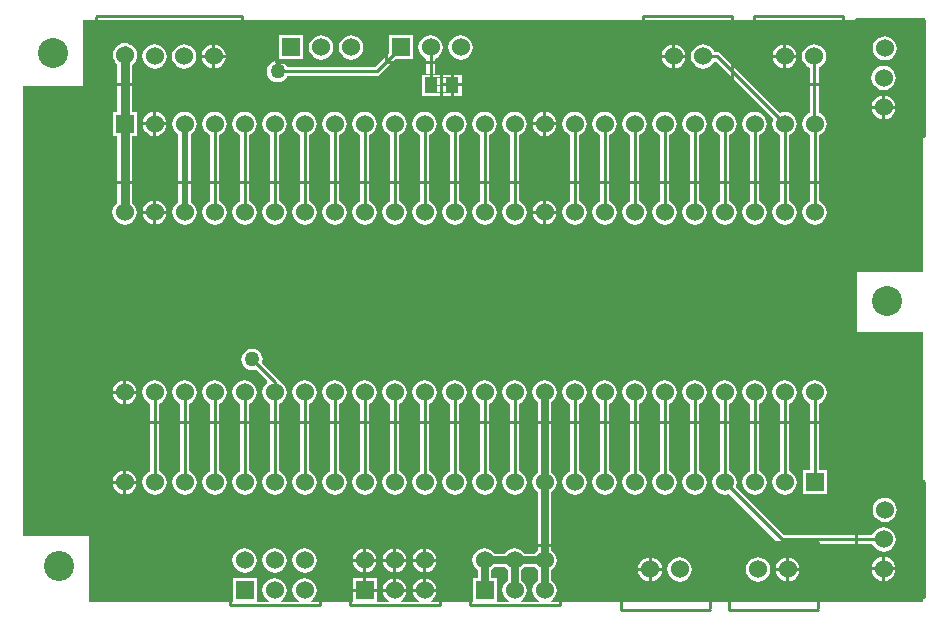
<source format=gtl>
G04*
G04 #@! TF.GenerationSoftware,Altium Limited,Altium Designer,19.1.8 (144)*
G04*
G04 Layer_Physical_Order=1*
G04 Layer_Color=255*
%FSLAX25Y25*%
%MOIN*%
G70*
G01*
G75*
%ADD11C,0.01000*%
%ADD12C,0.00394*%
%ADD13C,0.00197*%
%ADD14R,0.04134X0.05512*%
%ADD21C,0.03000*%
%ADD22C,0.02000*%
%ADD23C,0.02500*%
%ADD24C,0.06000*%
%ADD25R,0.06000X0.06000*%
%ADD26C,0.10000*%
%ADD27O,0.10000X0.10048*%
%ADD28C,0.05000*%
G36*
X302000Y120000D02*
X280000D01*
Y100000D01*
X302000D01*
Y10000D01*
X178102D01*
X178003Y10500D01*
X178017Y10506D01*
X178853Y11147D01*
X179494Y11983D01*
X179897Y12956D01*
X180034Y14000D01*
X179897Y15044D01*
X179494Y16017D01*
X178853Y16853D01*
X178294Y17282D01*
Y20718D01*
X178853Y21147D01*
X179494Y21983D01*
X179897Y22956D01*
X180034Y24000D01*
X179897Y25044D01*
X179494Y26017D01*
X178853Y26853D01*
X178294Y27282D01*
Y46718D01*
X178853Y47147D01*
X179494Y47983D01*
X179897Y48956D01*
X180034Y50000D01*
X179897Y51044D01*
X179494Y52017D01*
X178853Y52853D01*
X178294Y53282D01*
Y76718D01*
X178853Y77147D01*
X179494Y77983D01*
X179897Y78956D01*
X180034Y80000D01*
X179897Y81044D01*
X179494Y82017D01*
X178853Y82853D01*
X178017Y83494D01*
X177044Y83897D01*
X176000Y84035D01*
X174956Y83897D01*
X173983Y83494D01*
X173147Y82853D01*
X172506Y82017D01*
X172103Y81044D01*
X171966Y80000D01*
X172103Y78956D01*
X172506Y77983D01*
X173147Y77147D01*
X173706Y76718D01*
Y53282D01*
X173147Y52853D01*
X172506Y52017D01*
X172103Y51044D01*
X171966Y50000D01*
X172103Y48956D01*
X172506Y47983D01*
X173147Y47147D01*
X173706Y46718D01*
Y27282D01*
X173147Y26853D01*
X172718Y26294D01*
X169282D01*
X168853Y26853D01*
X168017Y27494D01*
X167044Y27897D01*
X166000Y28034D01*
X164956Y27897D01*
X163983Y27494D01*
X163147Y26853D01*
X162718Y26294D01*
X159282D01*
X158853Y26853D01*
X158017Y27494D01*
X157044Y27897D01*
X156000Y28034D01*
X154956Y27897D01*
X153983Y27494D01*
X153147Y26853D01*
X152506Y26017D01*
X152103Y25044D01*
X151965Y24000D01*
X152103Y22956D01*
X152506Y21983D01*
X153147Y21147D01*
X153706Y20718D01*
Y18000D01*
X152000D01*
Y10000D01*
X138102D01*
X138003Y10500D01*
X138017Y10506D01*
X138853Y11147D01*
X139494Y11983D01*
X139897Y12956D01*
X139969Y13500D01*
X136000D01*
X132031D01*
X132103Y12956D01*
X132506Y11983D01*
X133147Y11147D01*
X133983Y10506D01*
X133997Y10500D01*
X133898Y10000D01*
X128102D01*
X128003Y10500D01*
X128017Y10506D01*
X128853Y11147D01*
X129494Y11983D01*
X129897Y12956D01*
X129969Y13500D01*
X126000D01*
X122031D01*
X122103Y12956D01*
X122506Y11983D01*
X123147Y11147D01*
X123983Y10506D01*
X123997Y10500D01*
X123898Y10000D01*
X120000D01*
Y13500D01*
X116000D01*
X112000D01*
Y10000D01*
X98102D01*
X98003Y10500D01*
X98017Y10506D01*
X98853Y11147D01*
X99494Y11983D01*
X99897Y12956D01*
X100034Y14000D01*
X99897Y15044D01*
X99494Y16017D01*
X98853Y16853D01*
X98017Y17494D01*
X97044Y17897D01*
X96000Y18034D01*
X94956Y17897D01*
X93983Y17494D01*
X93147Y16853D01*
X92506Y16017D01*
X92103Y15044D01*
X91966Y14000D01*
X92103Y12956D01*
X92506Y11983D01*
X93147Y11147D01*
X93983Y10506D01*
X93997Y10500D01*
X93898Y10000D01*
X88102D01*
X88003Y10500D01*
X88017Y10506D01*
X88853Y11147D01*
X89494Y11983D01*
X89897Y12956D01*
X90035Y14000D01*
X89897Y15044D01*
X89494Y16017D01*
X88853Y16853D01*
X88017Y17494D01*
X87044Y17897D01*
X86000Y18034D01*
X84956Y17897D01*
X83983Y17494D01*
X83147Y16853D01*
X82506Y16017D01*
X82103Y15044D01*
X81966Y14000D01*
X82103Y12956D01*
X82506Y11983D01*
X83147Y11147D01*
X83983Y10506D01*
X83997Y10500D01*
X83898Y10000D01*
X80000D01*
Y18000D01*
X72000D01*
Y10000D01*
X24000D01*
Y32000D01*
X2000D01*
Y182000D01*
X22000D01*
Y204000D01*
X302000D01*
Y120000D01*
D02*
G37*
G36*
X173147Y21147D02*
X173706Y20718D01*
Y17282D01*
X173147Y16853D01*
X172506Y16017D01*
X172103Y15044D01*
X171966Y14000D01*
X172103Y12956D01*
X172506Y11983D01*
X173147Y11147D01*
X173983Y10506D01*
X173997Y10500D01*
X173898Y10000D01*
X168102D01*
X168003Y10500D01*
X168017Y10506D01*
X168853Y11147D01*
X169494Y11983D01*
X169897Y12956D01*
X170035Y14000D01*
X169897Y15044D01*
X169494Y16017D01*
X168853Y16853D01*
X168294Y17282D01*
Y20718D01*
X168853Y21147D01*
X169282Y21706D01*
X172718D01*
X173147Y21147D01*
D02*
G37*
G36*
X163147D02*
X163706Y20718D01*
Y17282D01*
X163147Y16853D01*
X162506Y16017D01*
X162103Y15044D01*
X161966Y14000D01*
X162103Y12956D01*
X162506Y11983D01*
X163147Y11147D01*
X163983Y10506D01*
X163997Y10500D01*
X163898Y10000D01*
X160000D01*
Y18000D01*
X158294D01*
Y20718D01*
X158853Y21147D01*
X159282Y21706D01*
X162718D01*
X163147Y21147D01*
D02*
G37*
%LPC*%
G36*
X256500Y195969D02*
Y192500D01*
X259969D01*
X259897Y193044D01*
X259494Y194017D01*
X258853Y194853D01*
X258017Y195494D01*
X257044Y195897D01*
X256500Y195969D01*
D02*
G37*
G36*
X219500D02*
Y192500D01*
X222969D01*
X222897Y193044D01*
X222494Y194017D01*
X221853Y194853D01*
X221017Y195494D01*
X220044Y195897D01*
X219500Y195969D01*
D02*
G37*
G36*
X66185D02*
Y192500D01*
X69654D01*
X69582Y193044D01*
X69179Y194017D01*
X68538Y194853D01*
X67702Y195494D01*
X66729Y195897D01*
X66185Y195969D01*
D02*
G37*
G36*
X255500D02*
X254956Y195897D01*
X253983Y195494D01*
X253147Y194853D01*
X252506Y194017D01*
X252103Y193044D01*
X252031Y192500D01*
X255500D01*
Y195969D01*
D02*
G37*
G36*
X218500D02*
X217956Y195897D01*
X216983Y195494D01*
X216147Y194853D01*
X215506Y194017D01*
X215103Y193044D01*
X215031Y192500D01*
X218500D01*
Y195969D01*
D02*
G37*
G36*
X65185D02*
X64641Y195897D01*
X63668Y195494D01*
X62832Y194853D01*
X62191Y194017D01*
X61788Y193044D01*
X61716Y192500D01*
X65185D01*
Y195969D01*
D02*
G37*
G36*
X95500Y199000D02*
X87500D01*
Y191000D01*
X95500D01*
Y199000D01*
D02*
G37*
G36*
X148000Y199035D02*
X146956Y198897D01*
X145983Y198494D01*
X145147Y197853D01*
X144506Y197017D01*
X144103Y196044D01*
X143965Y195000D01*
X144103Y193956D01*
X144506Y192983D01*
X145147Y192147D01*
X145983Y191506D01*
X146956Y191103D01*
X148000Y190965D01*
X149044Y191103D01*
X150017Y191506D01*
X150853Y192147D01*
X151494Y192983D01*
X151897Y193956D01*
X152034Y195000D01*
X151897Y196044D01*
X151494Y197017D01*
X150853Y197853D01*
X150017Y198494D01*
X149044Y198897D01*
X148000Y199035D01*
D02*
G37*
G36*
X111500D02*
X110456Y198897D01*
X109483Y198494D01*
X108647Y197853D01*
X108006Y197017D01*
X107603Y196044D01*
X107466Y195000D01*
X107603Y193956D01*
X108006Y192983D01*
X108647Y192147D01*
X109483Y191506D01*
X110456Y191103D01*
X111500Y190965D01*
X112544Y191103D01*
X113517Y191506D01*
X114353Y192147D01*
X114994Y192983D01*
X115397Y193956D01*
X115534Y195000D01*
X115397Y196044D01*
X114994Y197017D01*
X114353Y197853D01*
X113517Y198494D01*
X112544Y198897D01*
X111500Y199035D01*
D02*
G37*
G36*
X101500D02*
X100456Y198897D01*
X99483Y198494D01*
X98647Y197853D01*
X98006Y197017D01*
X97603Y196044D01*
X97465Y195000D01*
X97603Y193956D01*
X98006Y192983D01*
X98647Y192147D01*
X99483Y191506D01*
X100456Y191103D01*
X101500Y190965D01*
X102544Y191103D01*
X103517Y191506D01*
X104353Y192147D01*
X104994Y192983D01*
X105397Y193956D01*
X105535Y195000D01*
X105397Y196044D01*
X104994Y197017D01*
X104353Y197853D01*
X103517Y198494D01*
X102544Y198897D01*
X101500Y199035D01*
D02*
G37*
G36*
X289394Y198720D02*
X288350Y198582D01*
X287376Y198179D01*
X286541Y197538D01*
X285900Y196702D01*
X285497Y195729D01*
X285359Y194685D01*
X285497Y193641D01*
X285900Y192668D01*
X286541Y191832D01*
X287376Y191191D01*
X288350Y190788D01*
X289394Y190650D01*
X290438Y190788D01*
X291411Y191191D01*
X292247Y191832D01*
X292888Y192668D01*
X293291Y193641D01*
X293428Y194685D01*
X293291Y195729D01*
X292888Y196702D01*
X292247Y197538D01*
X291411Y198179D01*
X290438Y198582D01*
X289394Y198720D01*
D02*
G37*
G36*
X132000Y199000D02*
X124000D01*
Y193163D01*
X119367Y188529D01*
X90155D01*
X90057Y188765D01*
X89496Y189496D01*
X88765Y190057D01*
X87914Y190410D01*
X87000Y190530D01*
X86086Y190410D01*
X85235Y190057D01*
X84504Y189496D01*
X83943Y188765D01*
X83590Y187914D01*
X83470Y187000D01*
X83590Y186086D01*
X83943Y185235D01*
X84504Y184504D01*
X85235Y183943D01*
X86086Y183590D01*
X87000Y183470D01*
X87914Y183590D01*
X88765Y183943D01*
X89496Y184504D01*
X90057Y185235D01*
X90155Y185471D01*
X120000D01*
X120585Y185587D01*
X121081Y185919D01*
X126163Y191000D01*
X132000D01*
Y199000D01*
D02*
G37*
G36*
X259969Y191500D02*
X256500D01*
Y188031D01*
X257044Y188103D01*
X258017Y188506D01*
X258853Y189147D01*
X259494Y189983D01*
X259897Y190956D01*
X259969Y191500D01*
D02*
G37*
G36*
X222969D02*
X219500D01*
Y188031D01*
X220044Y188103D01*
X221017Y188506D01*
X221853Y189147D01*
X222494Y189983D01*
X222897Y190956D01*
X222969Y191500D01*
D02*
G37*
G36*
X69654D02*
X66185D01*
Y188031D01*
X66729Y188103D01*
X67702Y188506D01*
X68538Y189147D01*
X69179Y189983D01*
X69582Y190956D01*
X69654Y191500D01*
D02*
G37*
G36*
X255500D02*
X252031D01*
X252103Y190956D01*
X252506Y189983D01*
X253147Y189147D01*
X253983Y188506D01*
X254956Y188103D01*
X255500Y188031D01*
Y191500D01*
D02*
G37*
G36*
X218500D02*
X215031D01*
X215103Y190956D01*
X215506Y189983D01*
X216147Y189147D01*
X216983Y188506D01*
X217956Y188103D01*
X218500Y188031D01*
Y191500D01*
D02*
G37*
G36*
X65185D02*
X61716D01*
X61788Y190956D01*
X62191Y189983D01*
X62832Y189147D01*
X63668Y188506D01*
X64641Y188103D01*
X65185Y188031D01*
Y191500D01*
D02*
G37*
G36*
X55843Y196035D02*
X54798Y195897D01*
X53825Y195494D01*
X52990Y194853D01*
X52349Y194017D01*
X51946Y193044D01*
X51808Y192000D01*
X51946Y190956D01*
X52349Y189983D01*
X52990Y189147D01*
X53825Y188506D01*
X54798Y188103D01*
X55843Y187966D01*
X56887Y188103D01*
X57860Y188506D01*
X58695Y189147D01*
X59337Y189983D01*
X59740Y190956D01*
X59877Y192000D01*
X59740Y193044D01*
X59337Y194017D01*
X58695Y194853D01*
X57860Y195494D01*
X56887Y195897D01*
X55843Y196035D01*
D02*
G37*
G36*
X46000D02*
X44956Y195897D01*
X43983Y195494D01*
X43147Y194853D01*
X42506Y194017D01*
X42103Y193044D01*
X41965Y192000D01*
X42103Y190956D01*
X42506Y189983D01*
X43147Y189147D01*
X43983Y188506D01*
X44956Y188103D01*
X46000Y187966D01*
X47044Y188103D01*
X48017Y188506D01*
X48853Y189147D01*
X49494Y189983D01*
X49897Y190956D01*
X50034Y192000D01*
X49897Y193044D01*
X49494Y194017D01*
X48853Y194853D01*
X48017Y195494D01*
X47044Y195897D01*
X46000Y196035D01*
D02*
G37*
G36*
X148350Y186256D02*
X145783D01*
Y183000D01*
X148350D01*
Y186256D01*
D02*
G37*
G36*
X144783D02*
X142217D01*
Y183000D01*
X144783D01*
Y186256D01*
D02*
G37*
G36*
X289000Y188877D02*
X287956Y188740D01*
X286983Y188337D01*
X286147Y187695D01*
X285506Y186860D01*
X285103Y185887D01*
X284965Y184843D01*
X285103Y183798D01*
X285506Y182825D01*
X286147Y181990D01*
X286983Y181349D01*
X287956Y180946D01*
X289000Y180808D01*
X290044Y180946D01*
X291017Y181349D01*
X291853Y181990D01*
X292494Y182825D01*
X292897Y183798D01*
X293035Y184843D01*
X292897Y185887D01*
X292494Y186860D01*
X291853Y187695D01*
X291017Y188337D01*
X290044Y188740D01*
X289000Y188877D01*
D02*
G37*
G36*
X148350Y182000D02*
X145783D01*
Y178744D01*
X148350D01*
Y182000D01*
D02*
G37*
G36*
X144783D02*
X142217D01*
Y178744D01*
X144783D01*
Y182000D01*
D02*
G37*
G36*
X138000Y199035D02*
X136956Y198897D01*
X135983Y198494D01*
X135147Y197853D01*
X134506Y197017D01*
X134103Y196044D01*
X133966Y195000D01*
X134103Y193956D01*
X134506Y192983D01*
X135147Y192147D01*
X135983Y191506D01*
X136471Y191304D01*
Y186256D01*
X134933D01*
Y178744D01*
X141067D01*
Y186256D01*
X139529D01*
Y191304D01*
X140017Y191506D01*
X140853Y192147D01*
X141494Y192983D01*
X141897Y193956D01*
X142034Y195000D01*
X141897Y196044D01*
X141494Y197017D01*
X140853Y197853D01*
X140017Y198494D01*
X139044Y198897D01*
X138000Y199035D01*
D02*
G37*
G36*
X289500Y178969D02*
Y175500D01*
X292969D01*
X292897Y176044D01*
X292494Y177017D01*
X291853Y177853D01*
X291017Y178494D01*
X290044Y178897D01*
X289500Y178969D01*
D02*
G37*
G36*
X288500D02*
X287956Y178897D01*
X286983Y178494D01*
X286147Y177853D01*
X285506Y177017D01*
X285103Y176044D01*
X285031Y175500D01*
X288500D01*
Y178969D01*
D02*
G37*
G36*
X292969Y174500D02*
X289500D01*
Y171031D01*
X290044Y171103D01*
X291017Y171506D01*
X291853Y172147D01*
X292494Y172983D01*
X292897Y173956D01*
X292969Y174500D01*
D02*
G37*
G36*
X288500D02*
X285031D01*
X285103Y173956D01*
X285506Y172983D01*
X286147Y172147D01*
X286983Y171506D01*
X287956Y171103D01*
X288500Y171031D01*
Y174500D01*
D02*
G37*
G36*
X176500Y173469D02*
Y170000D01*
X179969D01*
X179897Y170544D01*
X179494Y171517D01*
X178853Y172353D01*
X178017Y172994D01*
X177044Y173397D01*
X176500Y173469D01*
D02*
G37*
G36*
X46500D02*
Y170000D01*
X49969D01*
X49897Y170544D01*
X49494Y171517D01*
X48853Y172353D01*
X48017Y172994D01*
X47044Y173397D01*
X46500Y173469D01*
D02*
G37*
G36*
X175500D02*
X174956Y173397D01*
X173983Y172994D01*
X173147Y172353D01*
X172506Y171517D01*
X172103Y170544D01*
X172031Y170000D01*
X175500D01*
Y173469D01*
D02*
G37*
G36*
X45500D02*
X44956Y173397D01*
X43983Y172994D01*
X43147Y172353D01*
X42506Y171517D01*
X42103Y170544D01*
X42031Y170000D01*
X45500D01*
Y173469D01*
D02*
G37*
G36*
X179969Y169000D02*
X176500D01*
Y165531D01*
X177044Y165603D01*
X178017Y166006D01*
X178853Y166647D01*
X179494Y167483D01*
X179897Y168456D01*
X179969Y169000D01*
D02*
G37*
G36*
X49969D02*
X46500D01*
Y165531D01*
X47044Y165603D01*
X48017Y166006D01*
X48853Y166647D01*
X49494Y167483D01*
X49897Y168456D01*
X49969Y169000D01*
D02*
G37*
G36*
X175500D02*
X172031D01*
X172103Y168456D01*
X172506Y167483D01*
X173147Y166647D01*
X173983Y166006D01*
X174956Y165603D01*
X175500Y165531D01*
Y169000D01*
D02*
G37*
G36*
X45500D02*
X42031D01*
X42103Y168456D01*
X42506Y167483D01*
X43147Y166647D01*
X43983Y166006D01*
X44956Y165603D01*
X45500Y165531D01*
Y169000D01*
D02*
G37*
G36*
X176500Y143969D02*
Y140500D01*
X179969D01*
X179897Y141044D01*
X179494Y142017D01*
X178853Y142853D01*
X178017Y143494D01*
X177044Y143897D01*
X176500Y143969D01*
D02*
G37*
G36*
X46500D02*
Y140500D01*
X49969D01*
X49897Y141044D01*
X49494Y142017D01*
X48853Y142853D01*
X48017Y143494D01*
X47044Y143897D01*
X46500Y143969D01*
D02*
G37*
G36*
X175500D02*
X174956Y143897D01*
X173983Y143494D01*
X173147Y142853D01*
X172506Y142017D01*
X172103Y141044D01*
X172031Y140500D01*
X175500D01*
Y143969D01*
D02*
G37*
G36*
X45500D02*
X44956Y143897D01*
X43983Y143494D01*
X43147Y142853D01*
X42506Y142017D01*
X42103Y141044D01*
X42031Y140500D01*
X45500D01*
Y143969D01*
D02*
G37*
G36*
X179969Y139500D02*
X176500D01*
Y136031D01*
X177044Y136103D01*
X178017Y136506D01*
X178853Y137147D01*
X179494Y137983D01*
X179897Y138956D01*
X179969Y139500D01*
D02*
G37*
G36*
X49969D02*
X46500D01*
Y136031D01*
X47044Y136103D01*
X48017Y136506D01*
X48853Y137147D01*
X49494Y137983D01*
X49897Y138956D01*
X49969Y139500D01*
D02*
G37*
G36*
X175500D02*
X172031D01*
X172103Y138956D01*
X172506Y137983D01*
X173147Y137147D01*
X173983Y136506D01*
X174956Y136103D01*
X175500Y136031D01*
Y139500D01*
D02*
G37*
G36*
X45500D02*
X42031D01*
X42103Y138956D01*
X42506Y137983D01*
X43147Y137147D01*
X43983Y136506D01*
X44956Y136103D01*
X45500Y136031D01*
Y139500D01*
D02*
G37*
G36*
X265843Y196035D02*
X264798Y195897D01*
X263825Y195494D01*
X262990Y194853D01*
X262349Y194017D01*
X261946Y193044D01*
X261808Y192000D01*
X261946Y190956D01*
X262349Y189983D01*
X262990Y189147D01*
X263825Y188506D01*
X264392Y188271D01*
Y173163D01*
X263983Y172994D01*
X263147Y172353D01*
X262506Y171517D01*
X262103Y170544D01*
X261965Y169500D01*
X262103Y168456D01*
X262506Y167483D01*
X263147Y166647D01*
X263983Y166006D01*
X264471Y165804D01*
Y143696D01*
X263983Y143494D01*
X263147Y142853D01*
X262506Y142017D01*
X262103Y141044D01*
X261965Y140000D01*
X262103Y138956D01*
X262506Y137983D01*
X263147Y137147D01*
X263983Y136506D01*
X264956Y136103D01*
X266000Y135966D01*
X267044Y136103D01*
X268017Y136506D01*
X268853Y137147D01*
X269494Y137983D01*
X269897Y138956D01*
X270035Y140000D01*
X269897Y141044D01*
X269494Y142017D01*
X268853Y142853D01*
X268017Y143494D01*
X267529Y143696D01*
Y165804D01*
X268017Y166006D01*
X268853Y166647D01*
X269494Y167483D01*
X269897Y168456D01*
X270035Y169500D01*
X269897Y170544D01*
X269494Y171517D01*
X268853Y172353D01*
X268017Y172994D01*
X267451Y173229D01*
Y188337D01*
X267860Y188506D01*
X268695Y189147D01*
X269337Y189983D01*
X269740Y190956D01*
X269877Y192000D01*
X269740Y193044D01*
X269337Y194017D01*
X268695Y194853D01*
X267860Y195494D01*
X266887Y195897D01*
X265843Y196035D01*
D02*
G37*
G36*
X228842D02*
X227798Y195897D01*
X226825Y195494D01*
X225990Y194853D01*
X225348Y194017D01*
X224945Y193044D01*
X224808Y192000D01*
X224945Y190956D01*
X225348Y189983D01*
X225990Y189147D01*
X226825Y188506D01*
X227798Y188103D01*
X228842Y187966D01*
X229887Y188103D01*
X230860Y188506D01*
X231695Y189147D01*
X232336Y189983D01*
X232453Y190263D01*
X233001Y190337D01*
X252305Y171032D01*
X252103Y170544D01*
X251965Y169500D01*
X252103Y168456D01*
X252506Y167483D01*
X253147Y166647D01*
X253983Y166006D01*
X254471Y165804D01*
Y143696D01*
X253983Y143494D01*
X253147Y142853D01*
X252506Y142017D01*
X252103Y141044D01*
X251965Y140000D01*
X252103Y138956D01*
X252506Y137983D01*
X253147Y137147D01*
X253983Y136506D01*
X254956Y136103D01*
X256000Y135966D01*
X257044Y136103D01*
X258017Y136506D01*
X258853Y137147D01*
X259494Y137983D01*
X259897Y138956D01*
X260034Y140000D01*
X259897Y141044D01*
X259494Y142017D01*
X258853Y142853D01*
X258017Y143494D01*
X257529Y143696D01*
Y165804D01*
X258017Y166006D01*
X258853Y166647D01*
X259494Y167483D01*
X259897Y168456D01*
X260034Y169500D01*
X259897Y170544D01*
X259494Y171517D01*
X258853Y172353D01*
X258017Y172994D01*
X257044Y173397D01*
X256000Y173535D01*
X254956Y173397D01*
X254468Y173195D01*
X234581Y193081D01*
X234085Y193413D01*
X233500Y193529D01*
X232539D01*
X232336Y194017D01*
X231695Y194853D01*
X230860Y195494D01*
X229887Y195897D01*
X228842Y196035D01*
D02*
G37*
G36*
X246000Y173535D02*
X244956Y173397D01*
X243983Y172994D01*
X243147Y172353D01*
X242506Y171517D01*
X242103Y170544D01*
X241966Y169500D01*
X242103Y168456D01*
X242506Y167483D01*
X243147Y166647D01*
X243983Y166006D01*
X244471Y165804D01*
Y143696D01*
X243983Y143494D01*
X243147Y142853D01*
X242506Y142017D01*
X242103Y141044D01*
X241966Y140000D01*
X242103Y138956D01*
X242506Y137983D01*
X243147Y137147D01*
X243983Y136506D01*
X244956Y136103D01*
X246000Y135966D01*
X247044Y136103D01*
X248017Y136506D01*
X248853Y137147D01*
X249494Y137983D01*
X249897Y138956D01*
X250034Y140000D01*
X249897Y141044D01*
X249494Y142017D01*
X248853Y142853D01*
X248017Y143494D01*
X247529Y143696D01*
Y165804D01*
X248017Y166006D01*
X248853Y166647D01*
X249494Y167483D01*
X249897Y168456D01*
X250034Y169500D01*
X249897Y170544D01*
X249494Y171517D01*
X248853Y172353D01*
X248017Y172994D01*
X247044Y173397D01*
X246000Y173535D01*
D02*
G37*
G36*
X236000D02*
X234956Y173397D01*
X233983Y172994D01*
X233147Y172353D01*
X232506Y171517D01*
X232103Y170544D01*
X231965Y169500D01*
X232103Y168456D01*
X232506Y167483D01*
X233147Y166647D01*
X233983Y166006D01*
X234471Y165804D01*
Y143696D01*
X233983Y143494D01*
X233147Y142853D01*
X232506Y142017D01*
X232103Y141044D01*
X231965Y140000D01*
X232103Y138956D01*
X232506Y137983D01*
X233147Y137147D01*
X233983Y136506D01*
X234956Y136103D01*
X236000Y135966D01*
X237044Y136103D01*
X238017Y136506D01*
X238853Y137147D01*
X239494Y137983D01*
X239897Y138956D01*
X240035Y140000D01*
X239897Y141044D01*
X239494Y142017D01*
X238853Y142853D01*
X238017Y143494D01*
X237529Y143696D01*
Y165804D01*
X238017Y166006D01*
X238853Y166647D01*
X239494Y167483D01*
X239897Y168456D01*
X240035Y169500D01*
X239897Y170544D01*
X239494Y171517D01*
X238853Y172353D01*
X238017Y172994D01*
X237044Y173397D01*
X236000Y173535D01*
D02*
G37*
G36*
X226000D02*
X224956Y173397D01*
X223983Y172994D01*
X223147Y172353D01*
X222506Y171517D01*
X222103Y170544D01*
X221966Y169500D01*
X222103Y168456D01*
X222506Y167483D01*
X223147Y166647D01*
X223983Y166006D01*
X224471Y165804D01*
Y143696D01*
X223983Y143494D01*
X223147Y142853D01*
X222506Y142017D01*
X222103Y141044D01*
X221966Y140000D01*
X222103Y138956D01*
X222506Y137983D01*
X223147Y137147D01*
X223983Y136506D01*
X224956Y136103D01*
X226000Y135966D01*
X227044Y136103D01*
X228017Y136506D01*
X228853Y137147D01*
X229494Y137983D01*
X229897Y138956D01*
X230034Y140000D01*
X229897Y141044D01*
X229494Y142017D01*
X228853Y142853D01*
X228017Y143494D01*
X227529Y143696D01*
Y165804D01*
X228017Y166006D01*
X228853Y166647D01*
X229494Y167483D01*
X229897Y168456D01*
X230034Y169500D01*
X229897Y170544D01*
X229494Y171517D01*
X228853Y172353D01*
X228017Y172994D01*
X227044Y173397D01*
X226000Y173535D01*
D02*
G37*
G36*
X216000D02*
X214956Y173397D01*
X213983Y172994D01*
X213147Y172353D01*
X212506Y171517D01*
X212103Y170544D01*
X211965Y169500D01*
X212103Y168456D01*
X212506Y167483D01*
X213147Y166647D01*
X213983Y166006D01*
X214471Y165804D01*
Y143696D01*
X213983Y143494D01*
X213147Y142853D01*
X212506Y142017D01*
X212103Y141044D01*
X211965Y140000D01*
X212103Y138956D01*
X212506Y137983D01*
X213147Y137147D01*
X213983Y136506D01*
X214956Y136103D01*
X216000Y135966D01*
X217044Y136103D01*
X218017Y136506D01*
X218853Y137147D01*
X219494Y137983D01*
X219897Y138956D01*
X220035Y140000D01*
X219897Y141044D01*
X219494Y142017D01*
X218853Y142853D01*
X218017Y143494D01*
X217529Y143696D01*
Y165804D01*
X218017Y166006D01*
X218853Y166647D01*
X219494Y167483D01*
X219897Y168456D01*
X220035Y169500D01*
X219897Y170544D01*
X219494Y171517D01*
X218853Y172353D01*
X218017Y172994D01*
X217044Y173397D01*
X216000Y173535D01*
D02*
G37*
G36*
X206000D02*
X204956Y173397D01*
X203983Y172994D01*
X203147Y172353D01*
X202506Y171517D01*
X202103Y170544D01*
X201965Y169500D01*
X202103Y168456D01*
X202506Y167483D01*
X203147Y166647D01*
X203983Y166006D01*
X204471Y165804D01*
Y143696D01*
X203983Y143494D01*
X203147Y142853D01*
X202506Y142017D01*
X202103Y141044D01*
X201965Y140000D01*
X202103Y138956D01*
X202506Y137983D01*
X203147Y137147D01*
X203983Y136506D01*
X204956Y136103D01*
X206000Y135966D01*
X207044Y136103D01*
X208017Y136506D01*
X208853Y137147D01*
X209494Y137983D01*
X209897Y138956D01*
X210034Y140000D01*
X209897Y141044D01*
X209494Y142017D01*
X208853Y142853D01*
X208017Y143494D01*
X207529Y143696D01*
Y165804D01*
X208017Y166006D01*
X208853Y166647D01*
X209494Y167483D01*
X209897Y168456D01*
X210034Y169500D01*
X209897Y170544D01*
X209494Y171517D01*
X208853Y172353D01*
X208017Y172994D01*
X207044Y173397D01*
X206000Y173535D01*
D02*
G37*
G36*
X196000D02*
X194956Y173397D01*
X193983Y172994D01*
X193147Y172353D01*
X192506Y171517D01*
X192103Y170544D01*
X191965Y169500D01*
X192103Y168456D01*
X192506Y167483D01*
X193147Y166647D01*
X193983Y166006D01*
X194471Y165804D01*
Y143696D01*
X193983Y143494D01*
X193147Y142853D01*
X192506Y142017D01*
X192103Y141044D01*
X191965Y140000D01*
X192103Y138956D01*
X192506Y137983D01*
X193147Y137147D01*
X193983Y136506D01*
X194956Y136103D01*
X196000Y135966D01*
X197044Y136103D01*
X198017Y136506D01*
X198853Y137147D01*
X199494Y137983D01*
X199897Y138956D01*
X200034Y140000D01*
X199897Y141044D01*
X199494Y142017D01*
X198853Y142853D01*
X198017Y143494D01*
X197529Y143696D01*
Y165804D01*
X198017Y166006D01*
X198853Y166647D01*
X199494Y167483D01*
X199897Y168456D01*
X200034Y169500D01*
X199897Y170544D01*
X199494Y171517D01*
X198853Y172353D01*
X198017Y172994D01*
X197044Y173397D01*
X196000Y173535D01*
D02*
G37*
G36*
X186000D02*
X184956Y173397D01*
X183983Y172994D01*
X183147Y172353D01*
X182506Y171517D01*
X182103Y170544D01*
X181965Y169500D01*
X182103Y168456D01*
X182506Y167483D01*
X183147Y166647D01*
X183983Y166006D01*
X184471Y165804D01*
Y143696D01*
X183983Y143494D01*
X183147Y142853D01*
X182506Y142017D01*
X182103Y141044D01*
X181965Y140000D01*
X182103Y138956D01*
X182506Y137983D01*
X183147Y137147D01*
X183983Y136506D01*
X184956Y136103D01*
X186000Y135966D01*
X187044Y136103D01*
X188017Y136506D01*
X188853Y137147D01*
X189494Y137983D01*
X189897Y138956D01*
X190034Y140000D01*
X189897Y141044D01*
X189494Y142017D01*
X188853Y142853D01*
X188017Y143494D01*
X187529Y143696D01*
Y165804D01*
X188017Y166006D01*
X188853Y166647D01*
X189494Y167483D01*
X189897Y168456D01*
X190034Y169500D01*
X189897Y170544D01*
X189494Y171517D01*
X188853Y172353D01*
X188017Y172994D01*
X187044Y173397D01*
X186000Y173535D01*
D02*
G37*
G36*
X166000D02*
X164956Y173397D01*
X163983Y172994D01*
X163147Y172353D01*
X162506Y171517D01*
X162103Y170544D01*
X161966Y169500D01*
X162103Y168456D01*
X162506Y167483D01*
X163147Y166647D01*
X163983Y166006D01*
X164471Y165804D01*
Y143696D01*
X163983Y143494D01*
X163147Y142853D01*
X162506Y142017D01*
X162103Y141044D01*
X161966Y140000D01*
X162103Y138956D01*
X162506Y137983D01*
X163147Y137147D01*
X163983Y136506D01*
X164956Y136103D01*
X166000Y135966D01*
X167044Y136103D01*
X168017Y136506D01*
X168853Y137147D01*
X169494Y137983D01*
X169897Y138956D01*
X170035Y140000D01*
X169897Y141044D01*
X169494Y142017D01*
X168853Y142853D01*
X168017Y143494D01*
X167529Y143696D01*
Y165804D01*
X168017Y166006D01*
X168853Y166647D01*
X169494Y167483D01*
X169897Y168456D01*
X170035Y169500D01*
X169897Y170544D01*
X169494Y171517D01*
X168853Y172353D01*
X168017Y172994D01*
X167044Y173397D01*
X166000Y173535D01*
D02*
G37*
G36*
X156000D02*
X154956Y173397D01*
X153983Y172994D01*
X153147Y172353D01*
X152506Y171517D01*
X152103Y170544D01*
X151965Y169500D01*
X152103Y168456D01*
X152506Y167483D01*
X153147Y166647D01*
X153983Y166006D01*
X154471Y165804D01*
Y143696D01*
X153983Y143494D01*
X153147Y142853D01*
X152506Y142017D01*
X152103Y141044D01*
X151965Y140000D01*
X152103Y138956D01*
X152506Y137983D01*
X153147Y137147D01*
X153983Y136506D01*
X154956Y136103D01*
X156000Y135966D01*
X157044Y136103D01*
X158017Y136506D01*
X158853Y137147D01*
X159494Y137983D01*
X159897Y138956D01*
X160035Y140000D01*
X159897Y141044D01*
X159494Y142017D01*
X158853Y142853D01*
X158017Y143494D01*
X157529Y143696D01*
Y165804D01*
X158017Y166006D01*
X158853Y166647D01*
X159494Y167483D01*
X159897Y168456D01*
X160035Y169500D01*
X159897Y170544D01*
X159494Y171517D01*
X158853Y172353D01*
X158017Y172994D01*
X157044Y173397D01*
X156000Y173535D01*
D02*
G37*
G36*
X146000D02*
X144956Y173397D01*
X143983Y172994D01*
X143147Y172353D01*
X142506Y171517D01*
X142103Y170544D01*
X141965Y169500D01*
X142103Y168456D01*
X142506Y167483D01*
X143147Y166647D01*
X143983Y166006D01*
X144471Y165804D01*
Y143696D01*
X143983Y143494D01*
X143147Y142853D01*
X142506Y142017D01*
X142103Y141044D01*
X141965Y140000D01*
X142103Y138956D01*
X142506Y137983D01*
X143147Y137147D01*
X143983Y136506D01*
X144956Y136103D01*
X146000Y135966D01*
X147044Y136103D01*
X148017Y136506D01*
X148853Y137147D01*
X149494Y137983D01*
X149897Y138956D01*
X150034Y140000D01*
X149897Y141044D01*
X149494Y142017D01*
X148853Y142853D01*
X148017Y143494D01*
X147529Y143696D01*
Y165804D01*
X148017Y166006D01*
X148853Y166647D01*
X149494Y167483D01*
X149897Y168456D01*
X150034Y169500D01*
X149897Y170544D01*
X149494Y171517D01*
X148853Y172353D01*
X148017Y172994D01*
X147044Y173397D01*
X146000Y173535D01*
D02*
G37*
G36*
X136000D02*
X134956Y173397D01*
X133983Y172994D01*
X133147Y172353D01*
X132506Y171517D01*
X132103Y170544D01*
X131965Y169500D01*
X132103Y168456D01*
X132506Y167483D01*
X133147Y166647D01*
X133983Y166006D01*
X134471Y165804D01*
Y143696D01*
X133983Y143494D01*
X133147Y142853D01*
X132506Y142017D01*
X132103Y141044D01*
X131965Y140000D01*
X132103Y138956D01*
X132506Y137983D01*
X133147Y137147D01*
X133983Y136506D01*
X134956Y136103D01*
X136000Y135966D01*
X137044Y136103D01*
X138017Y136506D01*
X138853Y137147D01*
X139494Y137983D01*
X139897Y138956D01*
X140034Y140000D01*
X139897Y141044D01*
X139494Y142017D01*
X138853Y142853D01*
X138017Y143494D01*
X137529Y143696D01*
Y165804D01*
X138017Y166006D01*
X138853Y166647D01*
X139494Y167483D01*
X139897Y168456D01*
X140034Y169500D01*
X139897Y170544D01*
X139494Y171517D01*
X138853Y172353D01*
X138017Y172994D01*
X137044Y173397D01*
X136000Y173535D01*
D02*
G37*
G36*
X126000D02*
X124956Y173397D01*
X123983Y172994D01*
X123147Y172353D01*
X122506Y171517D01*
X122103Y170544D01*
X121966Y169500D01*
X122103Y168456D01*
X122506Y167483D01*
X123147Y166647D01*
X123983Y166006D01*
X124471Y165804D01*
Y143696D01*
X123983Y143494D01*
X123147Y142853D01*
X122506Y142017D01*
X122103Y141044D01*
X121966Y140000D01*
X122103Y138956D01*
X122506Y137983D01*
X123147Y137147D01*
X123983Y136506D01*
X124956Y136103D01*
X126000Y135966D01*
X127044Y136103D01*
X128017Y136506D01*
X128853Y137147D01*
X129494Y137983D01*
X129897Y138956D01*
X130034Y140000D01*
X129897Y141044D01*
X129494Y142017D01*
X128853Y142853D01*
X128017Y143494D01*
X127529Y143696D01*
Y165804D01*
X128017Y166006D01*
X128853Y166647D01*
X129494Y167483D01*
X129897Y168456D01*
X130034Y169500D01*
X129897Y170544D01*
X129494Y171517D01*
X128853Y172353D01*
X128017Y172994D01*
X127044Y173397D01*
X126000Y173535D01*
D02*
G37*
G36*
X116000D02*
X114956Y173397D01*
X113983Y172994D01*
X113147Y172353D01*
X112506Y171517D01*
X112103Y170544D01*
X111966Y169500D01*
X112103Y168456D01*
X112506Y167483D01*
X113147Y166647D01*
X113983Y166006D01*
X114471Y165804D01*
Y143696D01*
X113983Y143494D01*
X113147Y142853D01*
X112506Y142017D01*
X112103Y141044D01*
X111966Y140000D01*
X112103Y138956D01*
X112506Y137983D01*
X113147Y137147D01*
X113983Y136506D01*
X114956Y136103D01*
X116000Y135966D01*
X117044Y136103D01*
X118017Y136506D01*
X118853Y137147D01*
X119494Y137983D01*
X119897Y138956D01*
X120035Y140000D01*
X119897Y141044D01*
X119494Y142017D01*
X118853Y142853D01*
X118017Y143494D01*
X117529Y143696D01*
Y165804D01*
X118017Y166006D01*
X118853Y166647D01*
X119494Y167483D01*
X119897Y168456D01*
X120035Y169500D01*
X119897Y170544D01*
X119494Y171517D01*
X118853Y172353D01*
X118017Y172994D01*
X117044Y173397D01*
X116000Y173535D01*
D02*
G37*
G36*
X106000D02*
X104956Y173397D01*
X103983Y172994D01*
X103147Y172353D01*
X102506Y171517D01*
X102103Y170544D01*
X101965Y169500D01*
X102103Y168456D01*
X102506Y167483D01*
X103147Y166647D01*
X103983Y166006D01*
X104471Y165804D01*
Y143696D01*
X103983Y143494D01*
X103147Y142853D01*
X102506Y142017D01*
X102103Y141044D01*
X101965Y140000D01*
X102103Y138956D01*
X102506Y137983D01*
X103147Y137147D01*
X103983Y136506D01*
X104956Y136103D01*
X106000Y135966D01*
X107044Y136103D01*
X108017Y136506D01*
X108853Y137147D01*
X109494Y137983D01*
X109897Y138956D01*
X110035Y140000D01*
X109897Y141044D01*
X109494Y142017D01*
X108853Y142853D01*
X108017Y143494D01*
X107529Y143696D01*
Y165804D01*
X108017Y166006D01*
X108853Y166647D01*
X109494Y167483D01*
X109897Y168456D01*
X110035Y169500D01*
X109897Y170544D01*
X109494Y171517D01*
X108853Y172353D01*
X108017Y172994D01*
X107044Y173397D01*
X106000Y173535D01*
D02*
G37*
G36*
X96000D02*
X94956Y173397D01*
X93983Y172994D01*
X93147Y172353D01*
X92506Y171517D01*
X92103Y170544D01*
X91966Y169500D01*
X92103Y168456D01*
X92506Y167483D01*
X93147Y166647D01*
X93983Y166006D01*
X94471Y165804D01*
Y143696D01*
X93983Y143494D01*
X93147Y142853D01*
X92506Y142017D01*
X92103Y141044D01*
X91966Y140000D01*
X92103Y138956D01*
X92506Y137983D01*
X93147Y137147D01*
X93983Y136506D01*
X94956Y136103D01*
X96000Y135966D01*
X97044Y136103D01*
X98017Y136506D01*
X98853Y137147D01*
X99494Y137983D01*
X99897Y138956D01*
X100034Y140000D01*
X99897Y141044D01*
X99494Y142017D01*
X98853Y142853D01*
X98017Y143494D01*
X97529Y143696D01*
Y165804D01*
X98017Y166006D01*
X98853Y166647D01*
X99494Y167483D01*
X99897Y168456D01*
X100034Y169500D01*
X99897Y170544D01*
X99494Y171517D01*
X98853Y172353D01*
X98017Y172994D01*
X97044Y173397D01*
X96000Y173535D01*
D02*
G37*
G36*
X86000D02*
X84956Y173397D01*
X83983Y172994D01*
X83147Y172353D01*
X82506Y171517D01*
X82103Y170544D01*
X81966Y169500D01*
X82103Y168456D01*
X82506Y167483D01*
X83147Y166647D01*
X83983Y166006D01*
X84471Y165804D01*
Y143696D01*
X83983Y143494D01*
X83147Y142853D01*
X82506Y142017D01*
X82103Y141044D01*
X81966Y140000D01*
X82103Y138956D01*
X82506Y137983D01*
X83147Y137147D01*
X83983Y136506D01*
X84956Y136103D01*
X86000Y135966D01*
X87044Y136103D01*
X88017Y136506D01*
X88853Y137147D01*
X89494Y137983D01*
X89897Y138956D01*
X90035Y140000D01*
X89897Y141044D01*
X89494Y142017D01*
X88853Y142853D01*
X88017Y143494D01*
X87529Y143696D01*
Y165804D01*
X88017Y166006D01*
X88853Y166647D01*
X89494Y167483D01*
X89897Y168456D01*
X90035Y169500D01*
X89897Y170544D01*
X89494Y171517D01*
X88853Y172353D01*
X88017Y172994D01*
X87044Y173397D01*
X86000Y173535D01*
D02*
G37*
G36*
X76000D02*
X74956Y173397D01*
X73983Y172994D01*
X73147Y172353D01*
X72506Y171517D01*
X72103Y170544D01*
X71965Y169500D01*
X72103Y168456D01*
X72506Y167483D01*
X73147Y166647D01*
X73983Y166006D01*
X74471Y165804D01*
Y143696D01*
X73983Y143494D01*
X73147Y142853D01*
X72506Y142017D01*
X72103Y141044D01*
X71965Y140000D01*
X72103Y138956D01*
X72506Y137983D01*
X73147Y137147D01*
X73983Y136506D01*
X74956Y136103D01*
X76000Y135966D01*
X77044Y136103D01*
X78017Y136506D01*
X78853Y137147D01*
X79494Y137983D01*
X79897Y138956D01*
X80035Y140000D01*
X79897Y141044D01*
X79494Y142017D01*
X78853Y142853D01*
X78017Y143494D01*
X77529Y143696D01*
Y165804D01*
X78017Y166006D01*
X78853Y166647D01*
X79494Y167483D01*
X79897Y168456D01*
X80035Y169500D01*
X79897Y170544D01*
X79494Y171517D01*
X78853Y172353D01*
X78017Y172994D01*
X77044Y173397D01*
X76000Y173535D01*
D02*
G37*
G36*
X66000D02*
X64956Y173397D01*
X63983Y172994D01*
X63147Y172353D01*
X62506Y171517D01*
X62103Y170544D01*
X61966Y169500D01*
X62103Y168456D01*
X62506Y167483D01*
X63147Y166647D01*
X63983Y166006D01*
X64471Y165804D01*
Y143696D01*
X63983Y143494D01*
X63147Y142853D01*
X62506Y142017D01*
X62103Y141044D01*
X61966Y140000D01*
X62103Y138956D01*
X62506Y137983D01*
X63147Y137147D01*
X63983Y136506D01*
X64956Y136103D01*
X66000Y135966D01*
X67044Y136103D01*
X68017Y136506D01*
X68853Y137147D01*
X69494Y137983D01*
X69897Y138956D01*
X70034Y140000D01*
X69897Y141044D01*
X69494Y142017D01*
X68853Y142853D01*
X68017Y143494D01*
X67529Y143696D01*
Y165804D01*
X68017Y166006D01*
X68853Y166647D01*
X69494Y167483D01*
X69897Y168456D01*
X70034Y169500D01*
X69897Y170544D01*
X69494Y171517D01*
X68853Y172353D01*
X68017Y172994D01*
X67044Y173397D01*
X66000Y173535D01*
D02*
G37*
G36*
X56000D02*
X54956Y173397D01*
X53983Y172994D01*
X53147Y172353D01*
X52506Y171517D01*
X52103Y170544D01*
X51965Y169500D01*
X52103Y168456D01*
X52506Y167483D01*
X53147Y166647D01*
X53961Y166023D01*
Y143477D01*
X53147Y142853D01*
X52506Y142017D01*
X52103Y141044D01*
X51965Y140000D01*
X52103Y138956D01*
X52506Y137983D01*
X53147Y137147D01*
X53983Y136506D01*
X54956Y136103D01*
X56000Y135966D01*
X57044Y136103D01*
X58017Y136506D01*
X58853Y137147D01*
X59494Y137983D01*
X59897Y138956D01*
X60035Y140000D01*
X59897Y141044D01*
X59494Y142017D01*
X58853Y142853D01*
X58039Y143477D01*
Y166023D01*
X58853Y166647D01*
X59494Y167483D01*
X59897Y168456D01*
X60035Y169500D01*
X59897Y170544D01*
X59494Y171517D01*
X58853Y172353D01*
X58017Y172994D01*
X57044Y173397D01*
X56000Y173535D01*
D02*
G37*
G36*
X36000Y196549D02*
X35024Y196355D01*
X34627Y196089D01*
X34140Y195888D01*
X33305Y195247D01*
X32664Y194411D01*
X32260Y193438D01*
X32123Y192394D01*
X32260Y191349D01*
X32664Y190376D01*
X33305Y189541D01*
X33451Y189428D01*
Y173500D01*
X32000D01*
Y165500D01*
X33451D01*
Y143086D01*
X33147Y142853D01*
X32506Y142017D01*
X32103Y141044D01*
X31966Y140000D01*
X32103Y138956D01*
X32506Y137983D01*
X33147Y137147D01*
X33983Y136506D01*
X34956Y136103D01*
X36000Y135966D01*
X37044Y136103D01*
X38017Y136506D01*
X38853Y137147D01*
X39494Y137983D01*
X39897Y138956D01*
X40034Y140000D01*
X39897Y141044D01*
X39494Y142017D01*
X38853Y142853D01*
X38549Y143086D01*
Y165500D01*
X40000D01*
Y173500D01*
X38549D01*
Y189187D01*
X39010Y189541D01*
X39652Y190376D01*
X40055Y191349D01*
X40192Y192394D01*
X40055Y193438D01*
X39652Y194411D01*
X39010Y195247D01*
X38175Y195888D01*
X37202Y196291D01*
X37040Y196312D01*
X36975Y196355D01*
X36000Y196549D01*
D02*
G37*
G36*
X36500Y83969D02*
Y80500D01*
X39969D01*
X39897Y81044D01*
X39494Y82017D01*
X38853Y82853D01*
X38017Y83494D01*
X37044Y83897D01*
X36500Y83969D01*
D02*
G37*
G36*
X35500D02*
X34956Y83897D01*
X33983Y83494D01*
X33147Y82853D01*
X32506Y82017D01*
X32103Y81044D01*
X32031Y80500D01*
X35500D01*
Y83969D01*
D02*
G37*
G36*
X39969Y79500D02*
X36500D01*
Y76031D01*
X37044Y76103D01*
X38017Y76506D01*
X38853Y77147D01*
X39494Y77983D01*
X39897Y78956D01*
X39969Y79500D01*
D02*
G37*
G36*
X35500D02*
X32031D01*
X32103Y78956D01*
X32506Y77983D01*
X33147Y77147D01*
X33983Y76506D01*
X34956Y76103D01*
X35500Y76031D01*
Y79500D01*
D02*
G37*
G36*
X36500Y53969D02*
Y50500D01*
X39969D01*
X39897Y51044D01*
X39494Y52017D01*
X38853Y52853D01*
X38017Y53494D01*
X37044Y53897D01*
X36500Y53969D01*
D02*
G37*
G36*
X35500D02*
X34956Y53897D01*
X33983Y53494D01*
X33147Y52853D01*
X32506Y52017D01*
X32103Y51044D01*
X32031Y50500D01*
X35500D01*
Y53969D01*
D02*
G37*
G36*
X39969Y49500D02*
X36500D01*
Y46031D01*
X37044Y46103D01*
X38017Y46506D01*
X38853Y47147D01*
X39494Y47983D01*
X39897Y48956D01*
X39969Y49500D01*
D02*
G37*
G36*
X35500D02*
X32031D01*
X32103Y48956D01*
X32506Y47983D01*
X33147Y47147D01*
X33983Y46506D01*
X34956Y46103D01*
X35500Y46031D01*
Y49500D01*
D02*
G37*
G36*
X266000Y84035D02*
X264956Y83897D01*
X263983Y83494D01*
X263147Y82853D01*
X262506Y82017D01*
X262103Y81044D01*
X261965Y80000D01*
X262103Y78956D01*
X262506Y77983D01*
X263147Y77147D01*
X263983Y76506D01*
X264471Y76304D01*
Y54000D01*
X262000D01*
Y46000D01*
X270000D01*
Y54000D01*
X267529D01*
Y76304D01*
X268017Y76506D01*
X268853Y77147D01*
X269494Y77983D01*
X269897Y78956D01*
X270035Y80000D01*
X269897Y81044D01*
X269494Y82017D01*
X268853Y82853D01*
X268017Y83494D01*
X267044Y83897D01*
X266000Y84035D01*
D02*
G37*
G36*
X256000D02*
X254956Y83897D01*
X253983Y83494D01*
X253147Y82853D01*
X252506Y82017D01*
X252103Y81044D01*
X251965Y80000D01*
X252103Y78956D01*
X252506Y77983D01*
X253147Y77147D01*
X253983Y76506D01*
X254471Y76304D01*
Y53696D01*
X253983Y53494D01*
X253147Y52853D01*
X252506Y52017D01*
X252103Y51044D01*
X251965Y50000D01*
X252103Y48956D01*
X252506Y47983D01*
X253147Y47147D01*
X253983Y46506D01*
X254956Y46103D01*
X256000Y45965D01*
X257044Y46103D01*
X258017Y46506D01*
X258853Y47147D01*
X259494Y47983D01*
X259897Y48956D01*
X260034Y50000D01*
X259897Y51044D01*
X259494Y52017D01*
X258853Y52853D01*
X258017Y53494D01*
X257529Y53696D01*
Y76304D01*
X258017Y76506D01*
X258853Y77147D01*
X259494Y77983D01*
X259897Y78956D01*
X260034Y80000D01*
X259897Y81044D01*
X259494Y82017D01*
X258853Y82853D01*
X258017Y83494D01*
X257044Y83897D01*
X256000Y84035D01*
D02*
G37*
G36*
X246000D02*
X244956Y83897D01*
X243983Y83494D01*
X243147Y82853D01*
X242506Y82017D01*
X242103Y81044D01*
X241966Y80000D01*
X242103Y78956D01*
X242506Y77983D01*
X243147Y77147D01*
X243983Y76506D01*
X244471Y76304D01*
Y53696D01*
X243983Y53494D01*
X243147Y52853D01*
X242506Y52017D01*
X242103Y51044D01*
X241966Y50000D01*
X242103Y48956D01*
X242506Y47983D01*
X243147Y47147D01*
X243983Y46506D01*
X244956Y46103D01*
X246000Y45965D01*
X247044Y46103D01*
X248017Y46506D01*
X248853Y47147D01*
X249494Y47983D01*
X249897Y48956D01*
X250034Y50000D01*
X249897Y51044D01*
X249494Y52017D01*
X248853Y52853D01*
X248017Y53494D01*
X247529Y53696D01*
Y76304D01*
X248017Y76506D01*
X248853Y77147D01*
X249494Y77983D01*
X249897Y78956D01*
X250034Y80000D01*
X249897Y81044D01*
X249494Y82017D01*
X248853Y82853D01*
X248017Y83494D01*
X247044Y83897D01*
X246000Y84035D01*
D02*
G37*
G36*
X226000D02*
X224956Y83897D01*
X223983Y83494D01*
X223147Y82853D01*
X222506Y82017D01*
X222103Y81044D01*
X221966Y80000D01*
X222103Y78956D01*
X222506Y77983D01*
X223147Y77147D01*
X223983Y76506D01*
X224471Y76304D01*
Y53696D01*
X223983Y53494D01*
X223147Y52853D01*
X222506Y52017D01*
X222103Y51044D01*
X221966Y50000D01*
X222103Y48956D01*
X222506Y47983D01*
X223147Y47147D01*
X223983Y46506D01*
X224956Y46103D01*
X226000Y45965D01*
X227044Y46103D01*
X228017Y46506D01*
X228853Y47147D01*
X229494Y47983D01*
X229897Y48956D01*
X230034Y50000D01*
X229897Y51044D01*
X229494Y52017D01*
X228853Y52853D01*
X228017Y53494D01*
X227529Y53696D01*
Y76304D01*
X228017Y76506D01*
X228853Y77147D01*
X229494Y77983D01*
X229897Y78956D01*
X230034Y80000D01*
X229897Y81044D01*
X229494Y82017D01*
X228853Y82853D01*
X228017Y83494D01*
X227044Y83897D01*
X226000Y84035D01*
D02*
G37*
G36*
X216000D02*
X214956Y83897D01*
X213983Y83494D01*
X213147Y82853D01*
X212506Y82017D01*
X212103Y81044D01*
X211965Y80000D01*
X212103Y78956D01*
X212506Y77983D01*
X213147Y77147D01*
X213983Y76506D01*
X214471Y76304D01*
Y53696D01*
X213983Y53494D01*
X213147Y52853D01*
X212506Y52017D01*
X212103Y51044D01*
X211965Y50000D01*
X212103Y48956D01*
X212506Y47983D01*
X213147Y47147D01*
X213983Y46506D01*
X214956Y46103D01*
X216000Y45965D01*
X217044Y46103D01*
X218017Y46506D01*
X218853Y47147D01*
X219494Y47983D01*
X219897Y48956D01*
X220035Y50000D01*
X219897Y51044D01*
X219494Y52017D01*
X218853Y52853D01*
X218017Y53494D01*
X217529Y53696D01*
Y76304D01*
X218017Y76506D01*
X218853Y77147D01*
X219494Y77983D01*
X219897Y78956D01*
X220035Y80000D01*
X219897Y81044D01*
X219494Y82017D01*
X218853Y82853D01*
X218017Y83494D01*
X217044Y83897D01*
X216000Y84035D01*
D02*
G37*
G36*
X206000D02*
X204956Y83897D01*
X203983Y83494D01*
X203147Y82853D01*
X202506Y82017D01*
X202103Y81044D01*
X201965Y80000D01*
X202103Y78956D01*
X202506Y77983D01*
X203147Y77147D01*
X203983Y76506D01*
X204471Y76304D01*
Y53696D01*
X203983Y53494D01*
X203147Y52853D01*
X202506Y52017D01*
X202103Y51044D01*
X201965Y50000D01*
X202103Y48956D01*
X202506Y47983D01*
X203147Y47147D01*
X203983Y46506D01*
X204956Y46103D01*
X206000Y45965D01*
X207044Y46103D01*
X208017Y46506D01*
X208853Y47147D01*
X209494Y47983D01*
X209897Y48956D01*
X210034Y50000D01*
X209897Y51044D01*
X209494Y52017D01*
X208853Y52853D01*
X208017Y53494D01*
X207529Y53696D01*
Y76304D01*
X208017Y76506D01*
X208853Y77147D01*
X209494Y77983D01*
X209897Y78956D01*
X210034Y80000D01*
X209897Y81044D01*
X209494Y82017D01*
X208853Y82853D01*
X208017Y83494D01*
X207044Y83897D01*
X206000Y84035D01*
D02*
G37*
G36*
X196000D02*
X194956Y83897D01*
X193983Y83494D01*
X193147Y82853D01*
X192506Y82017D01*
X192103Y81044D01*
X191965Y80000D01*
X192103Y78956D01*
X192506Y77983D01*
X193147Y77147D01*
X193983Y76506D01*
X194471Y76304D01*
Y53696D01*
X193983Y53494D01*
X193147Y52853D01*
X192506Y52017D01*
X192103Y51044D01*
X191965Y50000D01*
X192103Y48956D01*
X192506Y47983D01*
X193147Y47147D01*
X193983Y46506D01*
X194956Y46103D01*
X196000Y45965D01*
X197044Y46103D01*
X198017Y46506D01*
X198853Y47147D01*
X199494Y47983D01*
X199897Y48956D01*
X200034Y50000D01*
X199897Y51044D01*
X199494Y52017D01*
X198853Y52853D01*
X198017Y53494D01*
X197529Y53696D01*
Y76304D01*
X198017Y76506D01*
X198853Y77147D01*
X199494Y77983D01*
X199897Y78956D01*
X200034Y80000D01*
X199897Y81044D01*
X199494Y82017D01*
X198853Y82853D01*
X198017Y83494D01*
X197044Y83897D01*
X196000Y84035D01*
D02*
G37*
G36*
X186000D02*
X184956Y83897D01*
X183983Y83494D01*
X183147Y82853D01*
X182506Y82017D01*
X182103Y81044D01*
X181965Y80000D01*
X182103Y78956D01*
X182506Y77983D01*
X183147Y77147D01*
X183983Y76506D01*
X184471Y76304D01*
Y53696D01*
X183983Y53494D01*
X183147Y52853D01*
X182506Y52017D01*
X182103Y51044D01*
X181965Y50000D01*
X182103Y48956D01*
X182506Y47983D01*
X183147Y47147D01*
X183983Y46506D01*
X184956Y46103D01*
X186000Y45965D01*
X187044Y46103D01*
X188017Y46506D01*
X188853Y47147D01*
X189494Y47983D01*
X189897Y48956D01*
X190034Y50000D01*
X189897Y51044D01*
X189494Y52017D01*
X188853Y52853D01*
X188017Y53494D01*
X187529Y53696D01*
Y76304D01*
X188017Y76506D01*
X188853Y77147D01*
X189494Y77983D01*
X189897Y78956D01*
X190034Y80000D01*
X189897Y81044D01*
X189494Y82017D01*
X188853Y82853D01*
X188017Y83494D01*
X187044Y83897D01*
X186000Y84035D01*
D02*
G37*
G36*
X166000D02*
X164956Y83897D01*
X163983Y83494D01*
X163147Y82853D01*
X162506Y82017D01*
X162103Y81044D01*
X161966Y80000D01*
X162103Y78956D01*
X162506Y77983D01*
X163147Y77147D01*
X163983Y76506D01*
X164471Y76304D01*
Y53696D01*
X163983Y53494D01*
X163147Y52853D01*
X162506Y52017D01*
X162103Y51044D01*
X161966Y50000D01*
X162103Y48956D01*
X162506Y47983D01*
X163147Y47147D01*
X163983Y46506D01*
X164956Y46103D01*
X166000Y45965D01*
X167044Y46103D01*
X168017Y46506D01*
X168853Y47147D01*
X169494Y47983D01*
X169897Y48956D01*
X170035Y50000D01*
X169897Y51044D01*
X169494Y52017D01*
X168853Y52853D01*
X168017Y53494D01*
X167529Y53696D01*
Y76304D01*
X168017Y76506D01*
X168853Y77147D01*
X169494Y77983D01*
X169897Y78956D01*
X170035Y80000D01*
X169897Y81044D01*
X169494Y82017D01*
X168853Y82853D01*
X168017Y83494D01*
X167044Y83897D01*
X166000Y84035D01*
D02*
G37*
G36*
X156000D02*
X154956Y83897D01*
X153983Y83494D01*
X153147Y82853D01*
X152506Y82017D01*
X152103Y81044D01*
X151965Y80000D01*
X152103Y78956D01*
X152506Y77983D01*
X153147Y77147D01*
X153983Y76506D01*
X154471Y76304D01*
Y53696D01*
X153983Y53494D01*
X153147Y52853D01*
X152506Y52017D01*
X152103Y51044D01*
X151965Y50000D01*
X152103Y48956D01*
X152506Y47983D01*
X153147Y47147D01*
X153983Y46506D01*
X154956Y46103D01*
X156000Y45965D01*
X157044Y46103D01*
X158017Y46506D01*
X158853Y47147D01*
X159494Y47983D01*
X159897Y48956D01*
X160035Y50000D01*
X159897Y51044D01*
X159494Y52017D01*
X158853Y52853D01*
X158017Y53494D01*
X157529Y53696D01*
Y76304D01*
X158017Y76506D01*
X158853Y77147D01*
X159494Y77983D01*
X159897Y78956D01*
X160035Y80000D01*
X159897Y81044D01*
X159494Y82017D01*
X158853Y82853D01*
X158017Y83494D01*
X157044Y83897D01*
X156000Y84035D01*
D02*
G37*
G36*
X146000D02*
X144956Y83897D01*
X143983Y83494D01*
X143147Y82853D01*
X142506Y82017D01*
X142103Y81044D01*
X141965Y80000D01*
X142103Y78956D01*
X142506Y77983D01*
X143147Y77147D01*
X143983Y76506D01*
X144471Y76304D01*
Y53696D01*
X143983Y53494D01*
X143147Y52853D01*
X142506Y52017D01*
X142103Y51044D01*
X141965Y50000D01*
X142103Y48956D01*
X142506Y47983D01*
X143147Y47147D01*
X143983Y46506D01*
X144956Y46103D01*
X146000Y45965D01*
X147044Y46103D01*
X148017Y46506D01*
X148853Y47147D01*
X149494Y47983D01*
X149897Y48956D01*
X150034Y50000D01*
X149897Y51044D01*
X149494Y52017D01*
X148853Y52853D01*
X148017Y53494D01*
X147529Y53696D01*
Y76304D01*
X148017Y76506D01*
X148853Y77147D01*
X149494Y77983D01*
X149897Y78956D01*
X150034Y80000D01*
X149897Y81044D01*
X149494Y82017D01*
X148853Y82853D01*
X148017Y83494D01*
X147044Y83897D01*
X146000Y84035D01*
D02*
G37*
G36*
X136000D02*
X134956Y83897D01*
X133983Y83494D01*
X133147Y82853D01*
X132506Y82017D01*
X132103Y81044D01*
X131965Y80000D01*
X132103Y78956D01*
X132506Y77983D01*
X133147Y77147D01*
X133983Y76506D01*
X134471Y76304D01*
Y53696D01*
X133983Y53494D01*
X133147Y52853D01*
X132506Y52017D01*
X132103Y51044D01*
X131965Y50000D01*
X132103Y48956D01*
X132506Y47983D01*
X133147Y47147D01*
X133983Y46506D01*
X134956Y46103D01*
X136000Y45965D01*
X137044Y46103D01*
X138017Y46506D01*
X138853Y47147D01*
X139494Y47983D01*
X139897Y48956D01*
X140034Y50000D01*
X139897Y51044D01*
X139494Y52017D01*
X138853Y52853D01*
X138017Y53494D01*
X137529Y53696D01*
Y76304D01*
X138017Y76506D01*
X138853Y77147D01*
X139494Y77983D01*
X139897Y78956D01*
X140034Y80000D01*
X139897Y81044D01*
X139494Y82017D01*
X138853Y82853D01*
X138017Y83494D01*
X137044Y83897D01*
X136000Y84035D01*
D02*
G37*
G36*
X126000D02*
X124956Y83897D01*
X123983Y83494D01*
X123147Y82853D01*
X122506Y82017D01*
X122103Y81044D01*
X121966Y80000D01*
X122103Y78956D01*
X122506Y77983D01*
X123147Y77147D01*
X123983Y76506D01*
X124471Y76304D01*
Y53696D01*
X123983Y53494D01*
X123147Y52853D01*
X122506Y52017D01*
X122103Y51044D01*
X121966Y50000D01*
X122103Y48956D01*
X122506Y47983D01*
X123147Y47147D01*
X123983Y46506D01*
X124956Y46103D01*
X126000Y45965D01*
X127044Y46103D01*
X128017Y46506D01*
X128853Y47147D01*
X129494Y47983D01*
X129897Y48956D01*
X130034Y50000D01*
X129897Y51044D01*
X129494Y52017D01*
X128853Y52853D01*
X128017Y53494D01*
X127529Y53696D01*
Y76304D01*
X128017Y76506D01*
X128853Y77147D01*
X129494Y77983D01*
X129897Y78956D01*
X130034Y80000D01*
X129897Y81044D01*
X129494Y82017D01*
X128853Y82853D01*
X128017Y83494D01*
X127044Y83897D01*
X126000Y84035D01*
D02*
G37*
G36*
X116000D02*
X114956Y83897D01*
X113983Y83494D01*
X113147Y82853D01*
X112506Y82017D01*
X112103Y81044D01*
X111966Y80000D01*
X112103Y78956D01*
X112506Y77983D01*
X113147Y77147D01*
X113983Y76506D01*
X114471Y76304D01*
Y53696D01*
X113983Y53494D01*
X113147Y52853D01*
X112506Y52017D01*
X112103Y51044D01*
X111966Y50000D01*
X112103Y48956D01*
X112506Y47983D01*
X113147Y47147D01*
X113983Y46506D01*
X114956Y46103D01*
X116000Y45965D01*
X117044Y46103D01*
X118017Y46506D01*
X118853Y47147D01*
X119494Y47983D01*
X119897Y48956D01*
X120035Y50000D01*
X119897Y51044D01*
X119494Y52017D01*
X118853Y52853D01*
X118017Y53494D01*
X117529Y53696D01*
Y76304D01*
X118017Y76506D01*
X118853Y77147D01*
X119494Y77983D01*
X119897Y78956D01*
X120035Y80000D01*
X119897Y81044D01*
X119494Y82017D01*
X118853Y82853D01*
X118017Y83494D01*
X117044Y83897D01*
X116000Y84035D01*
D02*
G37*
G36*
X106000D02*
X104956Y83897D01*
X103983Y83494D01*
X103147Y82853D01*
X102506Y82017D01*
X102103Y81044D01*
X101965Y80000D01*
X102103Y78956D01*
X102506Y77983D01*
X103147Y77147D01*
X103983Y76506D01*
X104471Y76304D01*
Y53696D01*
X103983Y53494D01*
X103147Y52853D01*
X102506Y52017D01*
X102103Y51044D01*
X101965Y50000D01*
X102103Y48956D01*
X102506Y47983D01*
X103147Y47147D01*
X103983Y46506D01*
X104956Y46103D01*
X106000Y45965D01*
X107044Y46103D01*
X108017Y46506D01*
X108853Y47147D01*
X109494Y47983D01*
X109897Y48956D01*
X110035Y50000D01*
X109897Y51044D01*
X109494Y52017D01*
X108853Y52853D01*
X108017Y53494D01*
X107529Y53696D01*
Y76304D01*
X108017Y76506D01*
X108853Y77147D01*
X109494Y77983D01*
X109897Y78956D01*
X110035Y80000D01*
X109897Y81044D01*
X109494Y82017D01*
X108853Y82853D01*
X108017Y83494D01*
X107044Y83897D01*
X106000Y84035D01*
D02*
G37*
G36*
X96000D02*
X94956Y83897D01*
X93983Y83494D01*
X93147Y82853D01*
X92506Y82017D01*
X92103Y81044D01*
X91966Y80000D01*
X92103Y78956D01*
X92506Y77983D01*
X93147Y77147D01*
X93983Y76506D01*
X94471Y76304D01*
Y53696D01*
X93983Y53494D01*
X93147Y52853D01*
X92506Y52017D01*
X92103Y51044D01*
X91966Y50000D01*
X92103Y48956D01*
X92506Y47983D01*
X93147Y47147D01*
X93983Y46506D01*
X94956Y46103D01*
X96000Y45965D01*
X97044Y46103D01*
X98017Y46506D01*
X98853Y47147D01*
X99494Y47983D01*
X99897Y48956D01*
X100034Y50000D01*
X99897Y51044D01*
X99494Y52017D01*
X98853Y52853D01*
X98017Y53494D01*
X97529Y53696D01*
Y76304D01*
X98017Y76506D01*
X98853Y77147D01*
X99494Y77983D01*
X99897Y78956D01*
X100034Y80000D01*
X99897Y81044D01*
X99494Y82017D01*
X98853Y82853D01*
X98017Y83494D01*
X97044Y83897D01*
X96000Y84035D01*
D02*
G37*
G36*
X78500Y94530D02*
X77586Y94410D01*
X76735Y94057D01*
X76004Y93496D01*
X75443Y92765D01*
X75090Y91914D01*
X74970Y91000D01*
X75090Y90086D01*
X75443Y89235D01*
X76004Y88504D01*
X76735Y87943D01*
X77586Y87590D01*
X78500Y87470D01*
X79414Y87590D01*
X79649Y87688D01*
X83636Y83701D01*
X83603Y83203D01*
X83147Y82853D01*
X82506Y82017D01*
X82103Y81044D01*
X81966Y80000D01*
X82103Y78956D01*
X82506Y77983D01*
X83147Y77147D01*
X83983Y76506D01*
X84471Y76304D01*
Y53696D01*
X83983Y53494D01*
X83147Y52853D01*
X82506Y52017D01*
X82103Y51044D01*
X81966Y50000D01*
X82103Y48956D01*
X82506Y47983D01*
X83147Y47147D01*
X83983Y46506D01*
X84956Y46103D01*
X86000Y45965D01*
X87044Y46103D01*
X88017Y46506D01*
X88853Y47147D01*
X89494Y47983D01*
X89897Y48956D01*
X90035Y50000D01*
X89897Y51044D01*
X89494Y52017D01*
X88853Y52853D01*
X88017Y53494D01*
X87529Y53696D01*
Y76304D01*
X88017Y76506D01*
X88853Y77147D01*
X89494Y77983D01*
X89897Y78956D01*
X90035Y80000D01*
X89897Y81044D01*
X89494Y82017D01*
X88853Y82853D01*
X88017Y83494D01*
X87487Y83714D01*
X87413Y84085D01*
X87081Y84581D01*
X81812Y89851D01*
X81910Y90086D01*
X82030Y91000D01*
X81910Y91914D01*
X81557Y92765D01*
X80996Y93496D01*
X80265Y94057D01*
X79414Y94410D01*
X78500Y94530D01*
D02*
G37*
G36*
X76000Y84035D02*
X74956Y83897D01*
X73983Y83494D01*
X73147Y82853D01*
X72506Y82017D01*
X72103Y81044D01*
X71965Y80000D01*
X72103Y78956D01*
X72506Y77983D01*
X73147Y77147D01*
X73983Y76506D01*
X74471Y76304D01*
Y53696D01*
X73983Y53494D01*
X73147Y52853D01*
X72506Y52017D01*
X72103Y51044D01*
X71965Y50000D01*
X72103Y48956D01*
X72506Y47983D01*
X73147Y47147D01*
X73983Y46506D01*
X74956Y46103D01*
X76000Y45965D01*
X77044Y46103D01*
X78017Y46506D01*
X78853Y47147D01*
X79494Y47983D01*
X79897Y48956D01*
X80035Y50000D01*
X79897Y51044D01*
X79494Y52017D01*
X78853Y52853D01*
X78017Y53494D01*
X77529Y53696D01*
Y76304D01*
X78017Y76506D01*
X78853Y77147D01*
X79494Y77983D01*
X79897Y78956D01*
X80035Y80000D01*
X79897Y81044D01*
X79494Y82017D01*
X78853Y82853D01*
X78017Y83494D01*
X77044Y83897D01*
X76000Y84035D01*
D02*
G37*
G36*
X66000D02*
X64956Y83897D01*
X63983Y83494D01*
X63147Y82853D01*
X62506Y82017D01*
X62103Y81044D01*
X61966Y80000D01*
X62103Y78956D01*
X62506Y77983D01*
X63147Y77147D01*
X63983Y76506D01*
X64471Y76304D01*
Y53696D01*
X63983Y53494D01*
X63147Y52853D01*
X62506Y52017D01*
X62103Y51044D01*
X61966Y50000D01*
X62103Y48956D01*
X62506Y47983D01*
X63147Y47147D01*
X63983Y46506D01*
X64956Y46103D01*
X66000Y45965D01*
X67044Y46103D01*
X68017Y46506D01*
X68853Y47147D01*
X69494Y47983D01*
X69897Y48956D01*
X70034Y50000D01*
X69897Y51044D01*
X69494Y52017D01*
X68853Y52853D01*
X68017Y53494D01*
X67529Y53696D01*
Y76304D01*
X68017Y76506D01*
X68853Y77147D01*
X69494Y77983D01*
X69897Y78956D01*
X70034Y80000D01*
X69897Y81044D01*
X69494Y82017D01*
X68853Y82853D01*
X68017Y83494D01*
X67044Y83897D01*
X66000Y84035D01*
D02*
G37*
G36*
X56000D02*
X54956Y83897D01*
X53983Y83494D01*
X53147Y82853D01*
X52506Y82017D01*
X52103Y81044D01*
X51965Y80000D01*
X52103Y78956D01*
X52506Y77983D01*
X53147Y77147D01*
X53983Y76506D01*
X54471Y76304D01*
Y53696D01*
X53983Y53494D01*
X53147Y52853D01*
X52506Y52017D01*
X52103Y51044D01*
X51965Y50000D01*
X52103Y48956D01*
X52506Y47983D01*
X53147Y47147D01*
X53983Y46506D01*
X54956Y46103D01*
X56000Y45965D01*
X57044Y46103D01*
X58017Y46506D01*
X58853Y47147D01*
X59494Y47983D01*
X59897Y48956D01*
X60035Y50000D01*
X59897Y51044D01*
X59494Y52017D01*
X58853Y52853D01*
X58017Y53494D01*
X57529Y53696D01*
Y76304D01*
X58017Y76506D01*
X58853Y77147D01*
X59494Y77983D01*
X59897Y78956D01*
X60035Y80000D01*
X59897Y81044D01*
X59494Y82017D01*
X58853Y82853D01*
X58017Y83494D01*
X57044Y83897D01*
X56000Y84035D01*
D02*
G37*
G36*
X46000D02*
X44956Y83897D01*
X43983Y83494D01*
X43147Y82853D01*
X42506Y82017D01*
X42103Y81044D01*
X41965Y80000D01*
X42103Y78956D01*
X42506Y77983D01*
X43147Y77147D01*
X43983Y76506D01*
X44471Y76304D01*
Y53696D01*
X43983Y53494D01*
X43147Y52853D01*
X42506Y52017D01*
X42103Y51044D01*
X41965Y50000D01*
X42103Y48956D01*
X42506Y47983D01*
X43147Y47147D01*
X43983Y46506D01*
X44956Y46103D01*
X46000Y45965D01*
X47044Y46103D01*
X48017Y46506D01*
X48853Y47147D01*
X49494Y47983D01*
X49897Y48956D01*
X50034Y50000D01*
X49897Y51044D01*
X49494Y52017D01*
X48853Y52853D01*
X48017Y53494D01*
X47529Y53696D01*
Y76304D01*
X48017Y76506D01*
X48853Y77147D01*
X49494Y77983D01*
X49897Y78956D01*
X50034Y80000D01*
X49897Y81044D01*
X49494Y82017D01*
X48853Y82853D01*
X48017Y83494D01*
X47044Y83897D01*
X46000Y84035D01*
D02*
G37*
G36*
X289394Y44877D02*
X288350Y44740D01*
X287376Y44337D01*
X286541Y43695D01*
X285900Y42860D01*
X285497Y41887D01*
X285359Y40843D01*
X285497Y39798D01*
X285900Y38825D01*
X286541Y37990D01*
X287376Y37348D01*
X288350Y36946D01*
X289394Y36808D01*
X290438Y36946D01*
X291411Y37348D01*
X292247Y37990D01*
X292888Y38825D01*
X293291Y39798D01*
X293428Y40843D01*
X293291Y41887D01*
X292888Y42860D01*
X292247Y43695D01*
X291411Y44337D01*
X290438Y44740D01*
X289394Y44877D01*
D02*
G37*
G36*
X236000Y84035D02*
X234956Y83897D01*
X233983Y83494D01*
X233147Y82853D01*
X232506Y82017D01*
X232103Y81044D01*
X231965Y80000D01*
X232103Y78956D01*
X232506Y77983D01*
X233147Y77147D01*
X233983Y76506D01*
X234471Y76304D01*
Y53696D01*
X233983Y53494D01*
X233147Y52853D01*
X232506Y52017D01*
X232103Y51044D01*
X231965Y50000D01*
X232103Y48956D01*
X232506Y47983D01*
X233147Y47147D01*
X233983Y46506D01*
X234956Y46103D01*
X236000Y45965D01*
X237044Y46103D01*
X237532Y46305D01*
X253919Y29919D01*
X254415Y29587D01*
X255000Y29471D01*
X285304D01*
X285506Y28983D01*
X286147Y28147D01*
X286983Y27506D01*
X287956Y27103D01*
X289000Y26965D01*
X290044Y27103D01*
X291017Y27506D01*
X291853Y28147D01*
X292494Y28983D01*
X292897Y29956D01*
X293035Y31000D01*
X292897Y32044D01*
X292494Y33017D01*
X291853Y33853D01*
X291017Y34494D01*
X290044Y34897D01*
X289000Y35034D01*
X287956Y34897D01*
X286983Y34494D01*
X286147Y33853D01*
X285506Y33017D01*
X285304Y32529D01*
X255633D01*
X239695Y48468D01*
X239897Y48956D01*
X240035Y50000D01*
X239897Y51044D01*
X239494Y52017D01*
X238853Y52853D01*
X238017Y53494D01*
X237529Y53696D01*
Y76304D01*
X238017Y76506D01*
X238853Y77147D01*
X239494Y77983D01*
X239897Y78956D01*
X240035Y80000D01*
X239897Y81044D01*
X239494Y82017D01*
X238853Y82853D01*
X238017Y83494D01*
X237044Y83897D01*
X236000Y84035D01*
D02*
G37*
G36*
X136500Y27969D02*
Y24500D01*
X139969D01*
X139897Y25044D01*
X139494Y26017D01*
X138853Y26853D01*
X138017Y27494D01*
X137044Y27897D01*
X136500Y27969D01*
D02*
G37*
G36*
X126500D02*
Y24500D01*
X129969D01*
X129897Y25044D01*
X129494Y26017D01*
X128853Y26853D01*
X128017Y27494D01*
X127044Y27897D01*
X126500Y27969D01*
D02*
G37*
G36*
X116500D02*
Y24500D01*
X119969D01*
X119897Y25044D01*
X119494Y26017D01*
X118853Y26853D01*
X118017Y27494D01*
X117044Y27897D01*
X116500Y27969D01*
D02*
G37*
G36*
X135500D02*
X134956Y27897D01*
X133983Y27494D01*
X133147Y26853D01*
X132506Y26017D01*
X132103Y25044D01*
X132031Y24500D01*
X135500D01*
Y27969D01*
D02*
G37*
G36*
X125500D02*
X124956Y27897D01*
X123983Y27494D01*
X123147Y26853D01*
X122506Y26017D01*
X122103Y25044D01*
X122031Y24500D01*
X125500D01*
Y27969D01*
D02*
G37*
G36*
X115500D02*
X114956Y27897D01*
X113983Y27494D01*
X113147Y26853D01*
X112506Y26017D01*
X112103Y25044D01*
X112031Y24500D01*
X115500D01*
Y27969D01*
D02*
G37*
G36*
X289500Y25126D02*
Y21657D01*
X292969D01*
X292897Y22202D01*
X292494Y23175D01*
X291853Y24010D01*
X291017Y24652D01*
X290044Y25054D01*
X289500Y25126D01*
D02*
G37*
G36*
X288500D02*
X287956Y25054D01*
X286983Y24652D01*
X286147Y24010D01*
X285506Y23175D01*
X285103Y22202D01*
X285031Y21657D01*
X288500D01*
Y25126D01*
D02*
G37*
G36*
X257500Y24969D02*
Y21500D01*
X260969D01*
X260897Y22044D01*
X260494Y23017D01*
X259853Y23853D01*
X259017Y24494D01*
X258044Y24897D01*
X257500Y24969D01*
D02*
G37*
G36*
X211658D02*
Y21500D01*
X215126D01*
X215054Y22044D01*
X214651Y23017D01*
X214010Y23853D01*
X213175Y24494D01*
X212202Y24897D01*
X211658Y24969D01*
D02*
G37*
G36*
X256500D02*
X255956Y24897D01*
X254983Y24494D01*
X254147Y23853D01*
X253506Y23017D01*
X253103Y22044D01*
X253031Y21500D01*
X256500D01*
Y24969D01*
D02*
G37*
G36*
X210658D02*
X210113Y24897D01*
X209140Y24494D01*
X208305Y23853D01*
X207663Y23017D01*
X207260Y22044D01*
X207189Y21500D01*
X210658D01*
Y24969D01*
D02*
G37*
G36*
X139969Y23500D02*
X136500D01*
Y20031D01*
X137044Y20103D01*
X138017Y20506D01*
X138853Y21147D01*
X139494Y21983D01*
X139897Y22956D01*
X139969Y23500D01*
D02*
G37*
G36*
X129969D02*
X126500D01*
Y20031D01*
X127044Y20103D01*
X128017Y20506D01*
X128853Y21147D01*
X129494Y21983D01*
X129897Y22956D01*
X129969Y23500D01*
D02*
G37*
G36*
X119969D02*
X116500D01*
Y20031D01*
X117044Y20103D01*
X118017Y20506D01*
X118853Y21147D01*
X119494Y21983D01*
X119897Y22956D01*
X119969Y23500D01*
D02*
G37*
G36*
X135500D02*
X132031D01*
X132103Y22956D01*
X132506Y21983D01*
X133147Y21147D01*
X133983Y20506D01*
X134956Y20103D01*
X135500Y20031D01*
Y23500D01*
D02*
G37*
G36*
X125500D02*
X122031D01*
X122103Y22956D01*
X122506Y21983D01*
X123147Y21147D01*
X123983Y20506D01*
X124956Y20103D01*
X125500Y20031D01*
Y23500D01*
D02*
G37*
G36*
X115500D02*
X112031D01*
X112103Y22956D01*
X112506Y21983D01*
X113147Y21147D01*
X113983Y20506D01*
X114956Y20103D01*
X115500Y20031D01*
Y23500D01*
D02*
G37*
G36*
X96000Y28034D02*
X94956Y27897D01*
X93983Y27494D01*
X93147Y26853D01*
X92506Y26017D01*
X92103Y25044D01*
X91966Y24000D01*
X92103Y22956D01*
X92506Y21983D01*
X93147Y21147D01*
X93983Y20506D01*
X94956Y20103D01*
X96000Y19965D01*
X97044Y20103D01*
X98017Y20506D01*
X98853Y21147D01*
X99494Y21983D01*
X99897Y22956D01*
X100034Y24000D01*
X99897Y25044D01*
X99494Y26017D01*
X98853Y26853D01*
X98017Y27494D01*
X97044Y27897D01*
X96000Y28034D01*
D02*
G37*
G36*
X86000D02*
X84956Y27897D01*
X83983Y27494D01*
X83147Y26853D01*
X82506Y26017D01*
X82103Y25044D01*
X81966Y24000D01*
X82103Y22956D01*
X82506Y21983D01*
X83147Y21147D01*
X83983Y20506D01*
X84956Y20103D01*
X86000Y19965D01*
X87044Y20103D01*
X88017Y20506D01*
X88853Y21147D01*
X89494Y21983D01*
X89897Y22956D01*
X90035Y24000D01*
X89897Y25044D01*
X89494Y26017D01*
X88853Y26853D01*
X88017Y27494D01*
X87044Y27897D01*
X86000Y28034D01*
D02*
G37*
G36*
X76000D02*
X74956Y27897D01*
X73983Y27494D01*
X73147Y26853D01*
X72506Y26017D01*
X72103Y25044D01*
X71965Y24000D01*
X72103Y22956D01*
X72506Y21983D01*
X73147Y21147D01*
X73983Y20506D01*
X74956Y20103D01*
X76000Y19965D01*
X77044Y20103D01*
X78017Y20506D01*
X78853Y21147D01*
X79494Y21983D01*
X79897Y22956D01*
X80035Y24000D01*
X79897Y25044D01*
X79494Y26017D01*
X78853Y26853D01*
X78017Y27494D01*
X77044Y27897D01*
X76000Y28034D01*
D02*
G37*
G36*
X292969Y20658D02*
X289500D01*
Y17189D01*
X290044Y17260D01*
X291017Y17663D01*
X291853Y18305D01*
X292494Y19140D01*
X292897Y20113D01*
X292969Y20658D01*
D02*
G37*
G36*
X288500D02*
X285031D01*
X285103Y20113D01*
X285506Y19140D01*
X286147Y18305D01*
X286983Y17663D01*
X287956Y17260D01*
X288500Y17189D01*
Y20658D01*
D02*
G37*
G36*
X260969Y20500D02*
X257500D01*
Y17031D01*
X258044Y17103D01*
X259017Y17506D01*
X259853Y18147D01*
X260494Y18983D01*
X260897Y19956D01*
X260969Y20500D01*
D02*
G37*
G36*
X215126D02*
X211658D01*
Y17031D01*
X212202Y17103D01*
X213175Y17506D01*
X214010Y18147D01*
X214651Y18983D01*
X215054Y19956D01*
X215126Y20500D01*
D02*
G37*
G36*
X256500D02*
X253031D01*
X253103Y19956D01*
X253506Y18983D01*
X254147Y18147D01*
X254983Y17506D01*
X255956Y17103D01*
X256500Y17031D01*
Y20500D01*
D02*
G37*
G36*
X210658D02*
X207189D01*
X207260Y19956D01*
X207663Y18983D01*
X208305Y18147D01*
X209140Y17506D01*
X210113Y17103D01*
X210658Y17031D01*
Y20500D01*
D02*
G37*
G36*
X247158Y25034D02*
X246113Y24897D01*
X245140Y24494D01*
X244305Y23853D01*
X243664Y23017D01*
X243260Y22044D01*
X243123Y21000D01*
X243260Y19956D01*
X243664Y18983D01*
X244305Y18147D01*
X245140Y17506D01*
X246113Y17103D01*
X247158Y16965D01*
X248202Y17103D01*
X249175Y17506D01*
X250010Y18147D01*
X250652Y18983D01*
X251055Y19956D01*
X251192Y21000D01*
X251055Y22044D01*
X250652Y23017D01*
X250010Y23853D01*
X249175Y24494D01*
X248202Y24897D01*
X247158Y25034D01*
D02*
G37*
G36*
X221000D02*
X219956Y24897D01*
X218983Y24494D01*
X218147Y23853D01*
X217506Y23017D01*
X217103Y22044D01*
X216966Y21000D01*
X217103Y19956D01*
X217506Y18983D01*
X218147Y18147D01*
X218983Y17506D01*
X219956Y17103D01*
X221000Y16965D01*
X222044Y17103D01*
X223017Y17506D01*
X223853Y18147D01*
X224494Y18983D01*
X224897Y19956D01*
X225034Y21000D01*
X224897Y22044D01*
X224494Y23017D01*
X223853Y23853D01*
X223017Y24494D01*
X222044Y24897D01*
X221000Y25034D01*
D02*
G37*
G36*
X136500Y17969D02*
Y14500D01*
X139969D01*
X139897Y15044D01*
X139494Y16017D01*
X138853Y16853D01*
X138017Y17494D01*
X137044Y17897D01*
X136500Y17969D01*
D02*
G37*
G36*
X126500D02*
Y14500D01*
X129969D01*
X129897Y15044D01*
X129494Y16017D01*
X128853Y16853D01*
X128017Y17494D01*
X127044Y17897D01*
X126500Y17969D01*
D02*
G37*
G36*
X120000Y18000D02*
X116500D01*
Y14500D01*
X120000D01*
Y18000D01*
D02*
G37*
G36*
X135500Y17969D02*
X134956Y17897D01*
X133983Y17494D01*
X133147Y16853D01*
X132506Y16017D01*
X132103Y15044D01*
X132031Y14500D01*
X135500D01*
Y17969D01*
D02*
G37*
G36*
X125500D02*
X124956Y17897D01*
X123983Y17494D01*
X123147Y16853D01*
X122506Y16017D01*
X122103Y15044D01*
X122031Y14500D01*
X125500D01*
Y17969D01*
D02*
G37*
G36*
X115500Y18000D02*
X112000D01*
Y14500D01*
X115500D01*
Y18000D01*
D02*
G37*
%LPD*%
D11*
X236000Y50000D02*
X255000Y31000D01*
X289000D01*
X265843Y192000D02*
X265921Y191921D01*
Y169579D02*
Y191921D01*
Y169579D02*
X266000Y169500D01*
X87000Y187000D02*
X120000D01*
X128000Y195000D01*
X86000Y140000D02*
Y169500D01*
X246000D02*
Y170000D01*
Y140000D02*
Y169500D01*
X233500Y192000D02*
X256000Y169500D01*
X266000Y140000D02*
Y169500D01*
X228842Y192000D02*
X233500D01*
X138000Y182500D02*
Y195000D01*
X86000Y80000D02*
Y83500D01*
X78500Y91000D02*
X86000Y83500D01*
X236000Y50000D02*
Y80000D01*
X246000Y50000D02*
Y80000D01*
X256000Y50000D02*
Y80000D01*
X116000Y140000D02*
Y170000D01*
X126000Y140000D02*
Y170000D01*
X138642Y182500D02*
X139142Y182000D01*
X86000Y50000D02*
Y80000D01*
X256000Y140000D02*
Y169000D01*
X236000Y140000D02*
Y169150D01*
X76000Y140000D02*
Y170000D01*
X66000Y140000D02*
Y170000D01*
X106000Y140000D02*
Y170000D01*
X96000Y140000D02*
Y169500D01*
X146000Y140000D02*
Y170000D01*
X136000Y140000D02*
Y170000D01*
X166000Y140000D02*
Y170000D01*
X156000Y140000D02*
Y170000D01*
X186000Y140000D02*
Y170000D01*
X206000Y140000D02*
Y170000D01*
X196000Y140000D02*
Y170000D01*
X226000Y140000D02*
Y170000D01*
X216000Y140000D02*
Y170000D01*
X266000Y50000D02*
Y80000D01*
X226000Y50000D02*
Y80000D01*
X216000Y50000D02*
Y80000D01*
X206000Y50000D02*
Y80000D01*
X196000Y50000D02*
Y80000D01*
X186000Y50000D02*
Y80000D01*
X46000Y50000D02*
Y80000D01*
X66000Y50000D02*
Y80000D01*
X56000Y50000D02*
Y80000D01*
X76000Y50000D02*
Y80000D01*
X106000Y50000D02*
Y80000D01*
X96000Y50000D02*
Y80000D01*
X126000Y50000D02*
Y80000D01*
X116000Y50000D02*
Y80000D01*
X146000Y50000D02*
Y80000D01*
X136000Y50000D02*
Y80000D01*
X156000Y50000D02*
Y80000D01*
X166000Y50000D02*
Y80000D01*
X26000Y70000D02*
Y150000D01*
Y70000D02*
X276000D01*
X26000Y150000D02*
X276000D01*
Y70000D02*
Y150000D01*
X279748Y50488D02*
X302189D01*
X302386Y50291D01*
Y11709D02*
Y50291D01*
X279748Y11709D02*
X302386D01*
X279748D02*
Y50488D01*
Y165551D02*
Y204331D01*
Y165551D02*
X302386D01*
Y204134D01*
X302189Y204331D02*
X302386Y204134D01*
X279748Y204331D02*
X302189D01*
X245843Y183000D02*
Y205000D01*
Y205386D02*
X275488D01*
Y182748D02*
Y205386D01*
X245843Y182748D02*
X275488D01*
X231157Y8000D02*
Y30000D01*
X201512Y7614D02*
X231157D01*
X201512D02*
Y30252D01*
X231157D01*
X208842Y182748D02*
X238488D01*
Y205386D01*
X208842D02*
X238488D01*
X208842Y183000D02*
Y205000D01*
X26512Y182748D02*
Y205189D01*
X26709Y205386D01*
X75134D01*
Y182748D02*
Y205386D01*
X26512Y182748D02*
X75134D01*
X26512D02*
Y192394D01*
X237512Y30252D02*
X267158D01*
X237512Y7614D02*
Y30252D01*
Y7614D02*
X267158D01*
Y8000D02*
Y30000D01*
X153000Y190000D02*
Y200000D01*
X122999D02*
X153000D01*
X122999Y190000D02*
Y200000D01*
Y190000D02*
X153000D01*
X116500D02*
Y200000D01*
X86499D02*
X116500D01*
X86499Y190000D02*
Y200000D01*
Y190000D02*
X116500D01*
X181000Y9000D02*
Y19000D01*
X150999Y9000D02*
Y19000D01*
Y9000D02*
X181000D01*
Y19000D02*
Y29000D01*
X150999D02*
X181000D01*
X150999Y19000D02*
Y29000D01*
X101000Y9000D02*
Y19000D01*
X70999Y9000D02*
Y19000D01*
Y9000D02*
X101000D01*
Y19000D02*
Y29000D01*
X70999D02*
X101000D01*
X70999Y19000D02*
Y29000D01*
X141000Y9000D02*
Y19000D01*
X110999Y9000D02*
Y19000D01*
Y9000D02*
X141000D01*
Y19000D02*
Y29000D01*
X110999D02*
X141000D01*
X110999Y19000D02*
Y29000D01*
D12*
X89768Y108169D02*
G03*
X89768Y108169I-1969J0D01*
G01*
X55409Y177520D02*
Y182480D01*
X63874D01*
X55409Y177520D02*
X63874D01*
Y182480D01*
X86768Y177520D02*
Y182480D01*
Y177520D02*
X95232D01*
X86768Y182480D02*
X95232D01*
Y177520D02*
Y182480D01*
X253520Y118268D02*
Y126732D01*
X258480Y118268D02*
Y126732D01*
X253520D02*
X258480D01*
X253520Y118268D02*
X258480D01*
X243520Y90768D02*
Y99232D01*
X248480Y90768D02*
Y99232D01*
X243520D02*
X248480D01*
X243520Y90768D02*
X248480D01*
X258480Y90626D02*
Y99090D01*
X253520Y90626D02*
Y99090D01*
Y90626D02*
X258480D01*
X253520Y99090D02*
X258480D01*
X268480Y118126D02*
Y126591D01*
X263520Y118126D02*
Y126591D01*
Y118126D02*
X268480D01*
X263520Y126591D02*
X268480D01*
X49232Y104520D02*
Y109480D01*
X40768Y104520D02*
X49232D01*
X40768D02*
Y109480D01*
X49232D01*
X99768Y120520D02*
Y125480D01*
Y120520D02*
X108232D01*
X99768Y125480D02*
X108232D01*
Y120520D02*
Y125480D01*
X71658Y104626D02*
Y120374D01*
X91343D01*
X71658Y104626D02*
X91343D01*
Y120374D01*
X137409Y180020D02*
Y184980D01*
X145874Y180020D02*
Y184980D01*
X137409D02*
X145874D01*
X137409Y180020D02*
X145874D01*
X59642Y178032D02*
Y181968D01*
X57673Y180000D02*
X61610D01*
X91000Y178032D02*
Y181968D01*
X89031Y180000D02*
X92968D01*
X254031Y122500D02*
X257968D01*
X256000Y120531D02*
Y124469D01*
X244032Y95000D02*
X247969D01*
X246000Y93032D02*
Y96969D01*
X254031Y94858D02*
X257968D01*
X256000Y92890D02*
Y96827D01*
X264032Y122358D02*
X267969D01*
X266000Y120390D02*
Y124327D01*
X43031Y107000D02*
X46968D01*
X45000Y105032D02*
Y108968D01*
X102032Y123000D02*
X105968D01*
X104000Y121031D02*
Y124969D01*
X81500Y110531D02*
Y114469D01*
X79532Y112500D02*
X83469D01*
X139673Y182500D02*
X143610D01*
X141642Y180532D02*
Y184468D01*
D13*
X52949Y183543D02*
X66335D01*
Y176457D02*
Y183543D01*
X52949Y176457D02*
Y183543D01*
Y176457D02*
X66335D01*
X84307D02*
X97693D01*
X84307D02*
Y183543D01*
X97693Y176457D02*
Y183543D01*
X84307D02*
X97693D01*
X252260Y115807D02*
Y129193D01*
X259740Y115807D02*
Y129193D01*
X252260D02*
X259740D01*
X252260Y115807D02*
X259740D01*
X242260Y88307D02*
Y101693D01*
X249740Y88307D02*
Y101693D01*
X242260D02*
X249740D01*
X242260Y88307D02*
X249740D01*
X259740Y88165D02*
Y101551D01*
X252260Y88165D02*
Y101551D01*
Y88165D02*
X259740D01*
X252260Y101551D02*
X259740D01*
X269740Y115665D02*
Y129051D01*
X262260Y115665D02*
Y129051D01*
Y115665D02*
X269740D01*
X262260Y129051D02*
X269740D01*
X51693Y103260D02*
Y110740D01*
X38307Y103260D02*
X51693D01*
X38307Y110740D02*
X51693D01*
X38307Y103260D02*
Y110740D01*
X97307Y119457D02*
X110693D01*
X97307D02*
Y126543D01*
X110693Y119457D02*
Y126543D01*
X97307D02*
X110693D01*
X69689Y96161D02*
Y128839D01*
X93311D01*
X69689Y96161D02*
X93311D01*
Y128839D01*
X134949Y178760D02*
Y186240D01*
X148335Y178760D02*
Y186240D01*
X134949D02*
X148335D01*
X134949Y178760D02*
X148335D01*
D14*
X138000Y182500D02*
D03*
X145283D02*
D03*
D21*
X36000Y140000D02*
Y169500D01*
Y194000D01*
D22*
X56000Y140000D02*
Y168000D01*
D23*
X176000Y50000D02*
Y80000D01*
X166000Y14000D02*
Y24000D01*
X176000D01*
Y14000D02*
Y24000D01*
X156000D02*
X166000D01*
X156000Y14000D02*
Y24000D01*
X176000D02*
Y50000D01*
D24*
X289000Y21158D02*
D03*
Y31000D02*
D03*
X289394Y40843D02*
D03*
Y194685D02*
D03*
X289000Y184843D02*
D03*
Y175000D02*
D03*
X265843Y192000D02*
D03*
X256000D02*
D03*
X211157Y21000D02*
D03*
X221000D02*
D03*
X56000Y80000D02*
D03*
X76000D02*
D03*
X66000D02*
D03*
X46000D02*
D03*
X36000D02*
D03*
X106000D02*
D03*
X96000D02*
D03*
X86000D02*
D03*
X126000D02*
D03*
X116000D02*
D03*
X46000Y140000D02*
D03*
X36000D02*
D03*
X66000D02*
D03*
X56000D02*
D03*
X86000D02*
D03*
X76000D02*
D03*
X106000D02*
D03*
X96000D02*
D03*
X126000D02*
D03*
X116000D02*
D03*
X176000Y80000D02*
D03*
X196000D02*
D03*
X186000D02*
D03*
X146000D02*
D03*
X136000D02*
D03*
X166000D02*
D03*
X156000D02*
D03*
X216000D02*
D03*
X206000D02*
D03*
X236000D02*
D03*
X226000D02*
D03*
X266000D02*
D03*
X246000D02*
D03*
X176000Y140000D02*
D03*
X196000D02*
D03*
X186000D02*
D03*
X146000D02*
D03*
X136000D02*
D03*
X166000D02*
D03*
X156000D02*
D03*
X216000D02*
D03*
X206000D02*
D03*
X256000Y80000D02*
D03*
X226000Y140000D02*
D03*
X246000D02*
D03*
X236000D02*
D03*
X266000D02*
D03*
X256000D02*
D03*
X219000Y192000D02*
D03*
X228842D02*
D03*
X65685D02*
D03*
X55843D02*
D03*
X46000D02*
D03*
X36158Y192394D02*
D03*
X257000Y21000D02*
D03*
X247158D02*
D03*
X256000Y169500D02*
D03*
X246000D02*
D03*
X236000D02*
D03*
X226000D02*
D03*
X186000D02*
D03*
X196000D02*
D03*
X206000D02*
D03*
X216000D02*
D03*
X146000D02*
D03*
X156000D02*
D03*
X166000D02*
D03*
X176000D02*
D03*
X106000D02*
D03*
X116000D02*
D03*
X126000D02*
D03*
X136000D02*
D03*
X66000D02*
D03*
X56000D02*
D03*
X46000D02*
D03*
X96000D02*
D03*
X86000D02*
D03*
X76000D02*
D03*
X266000D02*
D03*
X138000Y195000D02*
D03*
X148000D02*
D03*
X101500D02*
D03*
X111500D02*
D03*
X46000Y50000D02*
D03*
X56000D02*
D03*
X66000D02*
D03*
X76000D02*
D03*
X116000D02*
D03*
X106000D02*
D03*
X96000D02*
D03*
X86000D02*
D03*
X156000D02*
D03*
X146000D02*
D03*
X136000D02*
D03*
X126000D02*
D03*
X196000D02*
D03*
X186000D02*
D03*
X176000D02*
D03*
X166000D02*
D03*
X236000D02*
D03*
X246000D02*
D03*
X256000D02*
D03*
X206000D02*
D03*
X216000D02*
D03*
X226000D02*
D03*
X36000D02*
D03*
X166000Y14000D02*
D03*
X176000D02*
D03*
X156000Y24000D02*
D03*
X166000D02*
D03*
X176000D02*
D03*
X86000Y14000D02*
D03*
X96000D02*
D03*
X76000Y24000D02*
D03*
X86000D02*
D03*
X96000D02*
D03*
X126000Y14000D02*
D03*
X136000D02*
D03*
X116000Y24000D02*
D03*
X126000D02*
D03*
X136000D02*
D03*
D25*
X36000Y169500D02*
D03*
X128000Y195000D02*
D03*
X91500D02*
D03*
X266000Y50000D02*
D03*
X156000Y14000D02*
D03*
X76000D02*
D03*
X116000D02*
D03*
D26*
X12000Y193000D02*
D03*
X290000Y110500D02*
D03*
D27*
X14000Y22000D02*
D03*
D28*
X87000Y187000D02*
D03*
X78500Y91000D02*
D03*
M02*

</source>
